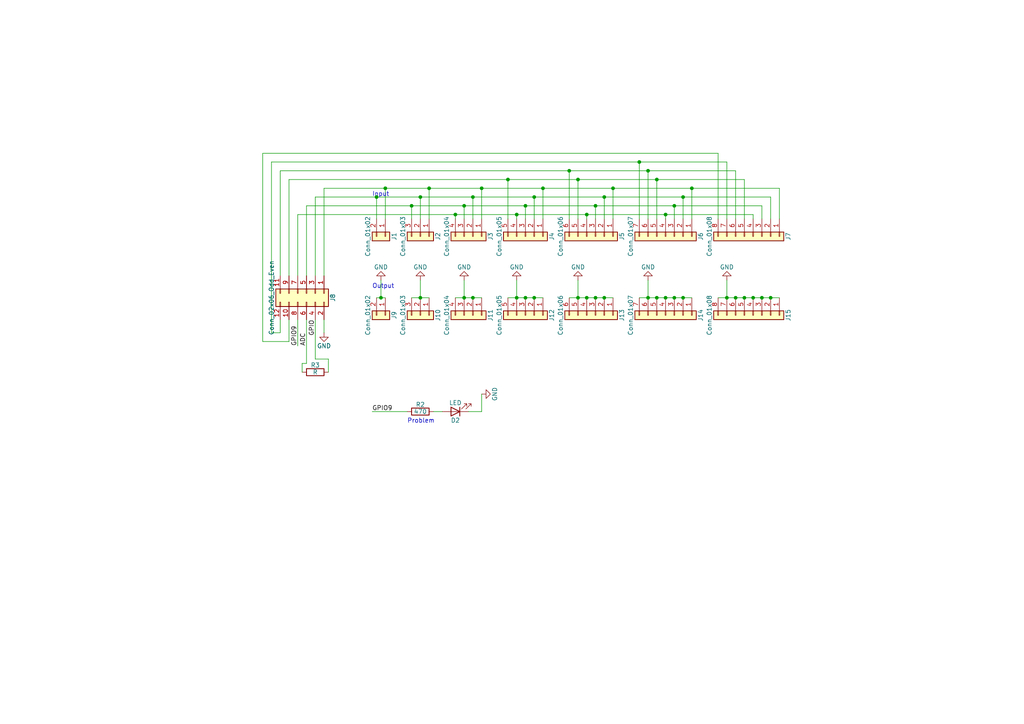
<source format=kicad_sch>
(kicad_sch (version 20230121) (generator eeschema)

  (uuid c7b644d1-a0b2-40f3-9625-44fbbce9a792)

  (paper "A4")

  (lib_symbols
    (symbol "Connector_Generic:Conn_01x02" (pin_names (offset 1.016) hide) (in_bom yes) (on_board yes)
      (property "Reference" "J" (at 0 2.54 0)
        (effects (font (size 1.27 1.27)))
      )
      (property "Value" "Conn_01x02" (at 0 -5.08 0)
        (effects (font (size 1.27 1.27)))
      )
      (property "Footprint" "" (at 0 0 0)
        (effects (font (size 1.27 1.27)) hide)
      )
      (property "Datasheet" "~" (at 0 0 0)
        (effects (font (size 1.27 1.27)) hide)
      )
      (property "ki_keywords" "connector" (at 0 0 0)
        (effects (font (size 1.27 1.27)) hide)
      )
      (property "ki_description" "Generic connector, single row, 01x02, script generated (kicad-library-utils/schlib/autogen/connector/)" (at 0 0 0)
        (effects (font (size 1.27 1.27)) hide)
      )
      (property "ki_fp_filters" "Connector*:*_1x??_*" (at 0 0 0)
        (effects (font (size 1.27 1.27)) hide)
      )
      (symbol "Conn_01x02_1_1"
        (rectangle (start -1.27 -2.413) (end 0 -2.667)
          (stroke (width 0.1524) (type default))
          (fill (type none))
        )
        (rectangle (start -1.27 0.127) (end 0 -0.127)
          (stroke (width 0.1524) (type default))
          (fill (type none))
        )
        (rectangle (start -1.27 1.27) (end 1.27 -3.81)
          (stroke (width 0.254) (type default))
          (fill (type background))
        )
        (pin passive line (at -5.08 0 0) (length 3.81)
          (name "Pin_1" (effects (font (size 1.27 1.27))))
          (number "1" (effects (font (size 1.27 1.27))))
        )
        (pin passive line (at -5.08 -2.54 0) (length 3.81)
          (name "Pin_2" (effects (font (size 1.27 1.27))))
          (number "2" (effects (font (size 1.27 1.27))))
        )
      )
    )
    (symbol "Connector_Generic:Conn_01x03" (pin_names (offset 1.016) hide) (in_bom yes) (on_board yes)
      (property "Reference" "J" (at 0 5.08 0)
        (effects (font (size 1.27 1.27)))
      )
      (property "Value" "Conn_01x03" (at 0 -5.08 0)
        (effects (font (size 1.27 1.27)))
      )
      (property "Footprint" "" (at 0 0 0)
        (effects (font (size 1.27 1.27)) hide)
      )
      (property "Datasheet" "~" (at 0 0 0)
        (effects (font (size 1.27 1.27)) hide)
      )
      (property "ki_keywords" "connector" (at 0 0 0)
        (effects (font (size 1.27 1.27)) hide)
      )
      (property "ki_description" "Generic connector, single row, 01x03, script generated (kicad-library-utils/schlib/autogen/connector/)" (at 0 0 0)
        (effects (font (size 1.27 1.27)) hide)
      )
      (property "ki_fp_filters" "Connector*:*_1x??_*" (at 0 0 0)
        (effects (font (size 1.27 1.27)) hide)
      )
      (symbol "Conn_01x03_1_1"
        (rectangle (start -1.27 -2.413) (end 0 -2.667)
          (stroke (width 0.1524) (type default))
          (fill (type none))
        )
        (rectangle (start -1.27 0.127) (end 0 -0.127)
          (stroke (width 0.1524) (type default))
          (fill (type none))
        )
        (rectangle (start -1.27 2.667) (end 0 2.413)
          (stroke (width 0.1524) (type default))
          (fill (type none))
        )
        (rectangle (start -1.27 3.81) (end 1.27 -3.81)
          (stroke (width 0.254) (type default))
          (fill (type background))
        )
        (pin passive line (at -5.08 2.54 0) (length 3.81)
          (name "Pin_1" (effects (font (size 1.27 1.27))))
          (number "1" (effects (font (size 1.27 1.27))))
        )
        (pin passive line (at -5.08 0 0) (length 3.81)
          (name "Pin_2" (effects (font (size 1.27 1.27))))
          (number "2" (effects (font (size 1.27 1.27))))
        )
        (pin passive line (at -5.08 -2.54 0) (length 3.81)
          (name "Pin_3" (effects (font (size 1.27 1.27))))
          (number "3" (effects (font (size 1.27 1.27))))
        )
      )
    )
    (symbol "Connector_Generic:Conn_01x04" (pin_names (offset 1.016) hide) (in_bom yes) (on_board yes)
      (property "Reference" "J" (at 0 5.08 0)
        (effects (font (size 1.27 1.27)))
      )
      (property "Value" "Conn_01x04" (at 0 -7.62 0)
        (effects (font (size 1.27 1.27)))
      )
      (property "Footprint" "" (at 0 0 0)
        (effects (font (size 1.27 1.27)) hide)
      )
      (property "Datasheet" "~" (at 0 0 0)
        (effects (font (size 1.27 1.27)) hide)
      )
      (property "ki_keywords" "connector" (at 0 0 0)
        (effects (font (size 1.27 1.27)) hide)
      )
      (property "ki_description" "Generic connector, single row, 01x04, script generated (kicad-library-utils/schlib/autogen/connector/)" (at 0 0 0)
        (effects (font (size 1.27 1.27)) hide)
      )
      (property "ki_fp_filters" "Connector*:*_1x??_*" (at 0 0 0)
        (effects (font (size 1.27 1.27)) hide)
      )
      (symbol "Conn_01x04_1_1"
        (rectangle (start -1.27 -4.953) (end 0 -5.207)
          (stroke (width 0.1524) (type default))
          (fill (type none))
        )
        (rectangle (start -1.27 -2.413) (end 0 -2.667)
          (stroke (width 0.1524) (type default))
          (fill (type none))
        )
        (rectangle (start -1.27 0.127) (end 0 -0.127)
          (stroke (width 0.1524) (type default))
          (fill (type none))
        )
        (rectangle (start -1.27 2.667) (end 0 2.413)
          (stroke (width 0.1524) (type default))
          (fill (type none))
        )
        (rectangle (start -1.27 3.81) (end 1.27 -6.35)
          (stroke (width 0.254) (type default))
          (fill (type background))
        )
        (pin passive line (at -5.08 2.54 0) (length 3.81)
          (name "Pin_1" (effects (font (size 1.27 1.27))))
          (number "1" (effects (font (size 1.27 1.27))))
        )
        (pin passive line (at -5.08 0 0) (length 3.81)
          (name "Pin_2" (effects (font (size 1.27 1.27))))
          (number "2" (effects (font (size 1.27 1.27))))
        )
        (pin passive line (at -5.08 -2.54 0) (length 3.81)
          (name "Pin_3" (effects (font (size 1.27 1.27))))
          (number "3" (effects (font (size 1.27 1.27))))
        )
        (pin passive line (at -5.08 -5.08 0) (length 3.81)
          (name "Pin_4" (effects (font (size 1.27 1.27))))
          (number "4" (effects (font (size 1.27 1.27))))
        )
      )
    )
    (symbol "Connector_Generic:Conn_01x05" (pin_names (offset 1.016) hide) (in_bom yes) (on_board yes)
      (property "Reference" "J" (at 0 7.62 0)
        (effects (font (size 1.27 1.27)))
      )
      (property "Value" "Conn_01x05" (at 0 -7.62 0)
        (effects (font (size 1.27 1.27)))
      )
      (property "Footprint" "" (at 0 0 0)
        (effects (font (size 1.27 1.27)) hide)
      )
      (property "Datasheet" "~" (at 0 0 0)
        (effects (font (size 1.27 1.27)) hide)
      )
      (property "ki_keywords" "connector" (at 0 0 0)
        (effects (font (size 1.27 1.27)) hide)
      )
      (property "ki_description" "Generic connector, single row, 01x05, script generated (kicad-library-utils/schlib/autogen/connector/)" (at 0 0 0)
        (effects (font (size 1.27 1.27)) hide)
      )
      (property "ki_fp_filters" "Connector*:*_1x??_*" (at 0 0 0)
        (effects (font (size 1.27 1.27)) hide)
      )
      (symbol "Conn_01x05_1_1"
        (rectangle (start -1.27 -4.953) (end 0 -5.207)
          (stroke (width 0.1524) (type default))
          (fill (type none))
        )
        (rectangle (start -1.27 -2.413) (end 0 -2.667)
          (stroke (width 0.1524) (type default))
          (fill (type none))
        )
        (rectangle (start -1.27 0.127) (end 0 -0.127)
          (stroke (width 0.1524) (type default))
          (fill (type none))
        )
        (rectangle (start -1.27 2.667) (end 0 2.413)
          (stroke (width 0.1524) (type default))
          (fill (type none))
        )
        (rectangle (start -1.27 5.207) (end 0 4.953)
          (stroke (width 0.1524) (type default))
          (fill (type none))
        )
        (rectangle (start -1.27 6.35) (end 1.27 -6.35)
          (stroke (width 0.254) (type default))
          (fill (type background))
        )
        (pin passive line (at -5.08 5.08 0) (length 3.81)
          (name "Pin_1" (effects (font (size 1.27 1.27))))
          (number "1" (effects (font (size 1.27 1.27))))
        )
        (pin passive line (at -5.08 2.54 0) (length 3.81)
          (name "Pin_2" (effects (font (size 1.27 1.27))))
          (number "2" (effects (font (size 1.27 1.27))))
        )
        (pin passive line (at -5.08 0 0) (length 3.81)
          (name "Pin_3" (effects (font (size 1.27 1.27))))
          (number "3" (effects (font (size 1.27 1.27))))
        )
        (pin passive line (at -5.08 -2.54 0) (length 3.81)
          (name "Pin_4" (effects (font (size 1.27 1.27))))
          (number "4" (effects (font (size 1.27 1.27))))
        )
        (pin passive line (at -5.08 -5.08 0) (length 3.81)
          (name "Pin_5" (effects (font (size 1.27 1.27))))
          (number "5" (effects (font (size 1.27 1.27))))
        )
      )
    )
    (symbol "Connector_Generic:Conn_01x06" (pin_names (offset 1.016) hide) (in_bom yes) (on_board yes)
      (property "Reference" "J" (at 0 7.62 0)
        (effects (font (size 1.27 1.27)))
      )
      (property "Value" "Conn_01x06" (at 0 -10.16 0)
        (effects (font (size 1.27 1.27)))
      )
      (property "Footprint" "" (at 0 0 0)
        (effects (font (size 1.27 1.27)) hide)
      )
      (property "Datasheet" "~" (at 0 0 0)
        (effects (font (size 1.27 1.27)) hide)
      )
      (property "ki_keywords" "connector" (at 0 0 0)
        (effects (font (size 1.27 1.27)) hide)
      )
      (property "ki_description" "Generic connector, single row, 01x06, script generated (kicad-library-utils/schlib/autogen/connector/)" (at 0 0 0)
        (effects (font (size 1.27 1.27)) hide)
      )
      (property "ki_fp_filters" "Connector*:*_1x??_*" (at 0 0 0)
        (effects (font (size 1.27 1.27)) hide)
      )
      (symbol "Conn_01x06_1_1"
        (rectangle (start -1.27 -7.493) (end 0 -7.747)
          (stroke (width 0.1524) (type default))
          (fill (type none))
        )
        (rectangle (start -1.27 -4.953) (end 0 -5.207)
          (stroke (width 0.1524) (type default))
          (fill (type none))
        )
        (rectangle (start -1.27 -2.413) (end 0 -2.667)
          (stroke (width 0.1524) (type default))
          (fill (type none))
        )
        (rectangle (start -1.27 0.127) (end 0 -0.127)
          (stroke (width 0.1524) (type default))
          (fill (type none))
        )
        (rectangle (start -1.27 2.667) (end 0 2.413)
          (stroke (width 0.1524) (type default))
          (fill (type none))
        )
        (rectangle (start -1.27 5.207) (end 0 4.953)
          (stroke (width 0.1524) (type default))
          (fill (type none))
        )
        (rectangle (start -1.27 6.35) (end 1.27 -8.89)
          (stroke (width 0.254) (type default))
          (fill (type background))
        )
        (pin passive line (at -5.08 5.08 0) (length 3.81)
          (name "Pin_1" (effects (font (size 1.27 1.27))))
          (number "1" (effects (font (size 1.27 1.27))))
        )
        (pin passive line (at -5.08 2.54 0) (length 3.81)
          (name "Pin_2" (effects (font (size 1.27 1.27))))
          (number "2" (effects (font (size 1.27 1.27))))
        )
        (pin passive line (at -5.08 0 0) (length 3.81)
          (name "Pin_3" (effects (font (size 1.27 1.27))))
          (number "3" (effects (font (size 1.27 1.27))))
        )
        (pin passive line (at -5.08 -2.54 0) (length 3.81)
          (name "Pin_4" (effects (font (size 1.27 1.27))))
          (number "4" (effects (font (size 1.27 1.27))))
        )
        (pin passive line (at -5.08 -5.08 0) (length 3.81)
          (name "Pin_5" (effects (font (size 1.27 1.27))))
          (number "5" (effects (font (size 1.27 1.27))))
        )
        (pin passive line (at -5.08 -7.62 0) (length 3.81)
          (name "Pin_6" (effects (font (size 1.27 1.27))))
          (number "6" (effects (font (size 1.27 1.27))))
        )
      )
    )
    (symbol "Connector_Generic:Conn_01x07" (pin_names (offset 1.016) hide) (in_bom yes) (on_board yes)
      (property "Reference" "J" (at 0 10.16 0)
        (effects (font (size 1.27 1.27)))
      )
      (property "Value" "Conn_01x07" (at 0 -10.16 0)
        (effects (font (size 1.27 1.27)))
      )
      (property "Footprint" "" (at 0 0 0)
        (effects (font (size 1.27 1.27)) hide)
      )
      (property "Datasheet" "~" (at 0 0 0)
        (effects (font (size 1.27 1.27)) hide)
      )
      (property "ki_keywords" "connector" (at 0 0 0)
        (effects (font (size 1.27 1.27)) hide)
      )
      (property "ki_description" "Generic connector, single row, 01x07, script generated (kicad-library-utils/schlib/autogen/connector/)" (at 0 0 0)
        (effects (font (size 1.27 1.27)) hide)
      )
      (property "ki_fp_filters" "Connector*:*_1x??_*" (at 0 0 0)
        (effects (font (size 1.27 1.27)) hide)
      )
      (symbol "Conn_01x07_1_1"
        (rectangle (start -1.27 -7.493) (end 0 -7.747)
          (stroke (width 0.1524) (type default))
          (fill (type none))
        )
        (rectangle (start -1.27 -4.953) (end 0 -5.207)
          (stroke (width 0.1524) (type default))
          (fill (type none))
        )
        (rectangle (start -1.27 -2.413) (end 0 -2.667)
          (stroke (width 0.1524) (type default))
          (fill (type none))
        )
        (rectangle (start -1.27 0.127) (end 0 -0.127)
          (stroke (width 0.1524) (type default))
          (fill (type none))
        )
        (rectangle (start -1.27 2.667) (end 0 2.413)
          (stroke (width 0.1524) (type default))
          (fill (type none))
        )
        (rectangle (start -1.27 5.207) (end 0 4.953)
          (stroke (width 0.1524) (type default))
          (fill (type none))
        )
        (rectangle (start -1.27 7.747) (end 0 7.493)
          (stroke (width 0.1524) (type default))
          (fill (type none))
        )
        (rectangle (start -1.27 8.89) (end 1.27 -8.89)
          (stroke (width 0.254) (type default))
          (fill (type background))
        )
        (pin passive line (at -5.08 7.62 0) (length 3.81)
          (name "Pin_1" (effects (font (size 1.27 1.27))))
          (number "1" (effects (font (size 1.27 1.27))))
        )
        (pin passive line (at -5.08 5.08 0) (length 3.81)
          (name "Pin_2" (effects (font (size 1.27 1.27))))
          (number "2" (effects (font (size 1.27 1.27))))
        )
        (pin passive line (at -5.08 2.54 0) (length 3.81)
          (name "Pin_3" (effects (font (size 1.27 1.27))))
          (number "3" (effects (font (size 1.27 1.27))))
        )
        (pin passive line (at -5.08 0 0) (length 3.81)
          (name "Pin_4" (effects (font (size 1.27 1.27))))
          (number "4" (effects (font (size 1.27 1.27))))
        )
        (pin passive line (at -5.08 -2.54 0) (length 3.81)
          (name "Pin_5" (effects (font (size 1.27 1.27))))
          (number "5" (effects (font (size 1.27 1.27))))
        )
        (pin passive line (at -5.08 -5.08 0) (length 3.81)
          (name "Pin_6" (effects (font (size 1.27 1.27))))
          (number "6" (effects (font (size 1.27 1.27))))
        )
        (pin passive line (at -5.08 -7.62 0) (length 3.81)
          (name "Pin_7" (effects (font (size 1.27 1.27))))
          (number "7" (effects (font (size 1.27 1.27))))
        )
      )
    )
    (symbol "Connector_Generic:Conn_01x08" (pin_names (offset 1.016) hide) (in_bom yes) (on_board yes)
      (property "Reference" "J" (at 0 10.16 0)
        (effects (font (size 1.27 1.27)))
      )
      (property "Value" "Conn_01x08" (at 0 -12.7 0)
        (effects (font (size 1.27 1.27)))
      )
      (property "Footprint" "" (at 0 0 0)
        (effects (font (size 1.27 1.27)) hide)
      )
      (property "Datasheet" "~" (at 0 0 0)
        (effects (font (size 1.27 1.27)) hide)
      )
      (property "ki_keywords" "connector" (at 0 0 0)
        (effects (font (size 1.27 1.27)) hide)
      )
      (property "ki_description" "Generic connector, single row, 01x08, script generated (kicad-library-utils/schlib/autogen/connector/)" (at 0 0 0)
        (effects (font (size 1.27 1.27)) hide)
      )
      (property "ki_fp_filters" "Connector*:*_1x??_*" (at 0 0 0)
        (effects (font (size 1.27 1.27)) hide)
      )
      (symbol "Conn_01x08_1_1"
        (rectangle (start -1.27 -10.033) (end 0 -10.287)
          (stroke (width 0.1524) (type default))
          (fill (type none))
        )
        (rectangle (start -1.27 -7.493) (end 0 -7.747)
          (stroke (width 0.1524) (type default))
          (fill (type none))
        )
        (rectangle (start -1.27 -4.953) (end 0 -5.207)
          (stroke (width 0.1524) (type default))
          (fill (type none))
        )
        (rectangle (start -1.27 -2.413) (end 0 -2.667)
          (stroke (width 0.1524) (type default))
          (fill (type none))
        )
        (rectangle (start -1.27 0.127) (end 0 -0.127)
          (stroke (width 0.1524) (type default))
          (fill (type none))
        )
        (rectangle (start -1.27 2.667) (end 0 2.413)
          (stroke (width 0.1524) (type default))
          (fill (type none))
        )
        (rectangle (start -1.27 5.207) (end 0 4.953)
          (stroke (width 0.1524) (type default))
          (fill (type none))
        )
        (rectangle (start -1.27 7.747) (end 0 7.493)
          (stroke (width 0.1524) (type default))
          (fill (type none))
        )
        (rectangle (start -1.27 8.89) (end 1.27 -11.43)
          (stroke (width 0.254) (type default))
          (fill (type background))
        )
        (pin passive line (at -5.08 7.62 0) (length 3.81)
          (name "Pin_1" (effects (font (size 1.27 1.27))))
          (number "1" (effects (font (size 1.27 1.27))))
        )
        (pin passive line (at -5.08 5.08 0) (length 3.81)
          (name "Pin_2" (effects (font (size 1.27 1.27))))
          (number "2" (effects (font (size 1.27 1.27))))
        )
        (pin passive line (at -5.08 2.54 0) (length 3.81)
          (name "Pin_3" (effects (font (size 1.27 1.27))))
          (number "3" (effects (font (size 1.27 1.27))))
        )
        (pin passive line (at -5.08 0 0) (length 3.81)
          (name "Pin_4" (effects (font (size 1.27 1.27))))
          (number "4" (effects (font (size 1.27 1.27))))
        )
        (pin passive line (at -5.08 -2.54 0) (length 3.81)
          (name "Pin_5" (effects (font (size 1.27 1.27))))
          (number "5" (effects (font (size 1.27 1.27))))
        )
        (pin passive line (at -5.08 -5.08 0) (length 3.81)
          (name "Pin_6" (effects (font (size 1.27 1.27))))
          (number "6" (effects (font (size 1.27 1.27))))
        )
        (pin passive line (at -5.08 -7.62 0) (length 3.81)
          (name "Pin_7" (effects (font (size 1.27 1.27))))
          (number "7" (effects (font (size 1.27 1.27))))
        )
        (pin passive line (at -5.08 -10.16 0) (length 3.81)
          (name "Pin_8" (effects (font (size 1.27 1.27))))
          (number "8" (effects (font (size 1.27 1.27))))
        )
      )
    )
    (symbol "Connector_Generic:Conn_02x06_Odd_Even" (pin_names (offset 1.016) hide) (in_bom yes) (on_board yes)
      (property "Reference" "J" (at 1.27 7.62 0)
        (effects (font (size 1.27 1.27)))
      )
      (property "Value" "Conn_02x06_Odd_Even" (at 1.27 -10.16 0)
        (effects (font (size 1.27 1.27)))
      )
      (property "Footprint" "" (at 0 0 0)
        (effects (font (size 1.27 1.27)) hide)
      )
      (property "Datasheet" "~" (at 0 0 0)
        (effects (font (size 1.27 1.27)) hide)
      )
      (property "ki_keywords" "connector" (at 0 0 0)
        (effects (font (size 1.27 1.27)) hide)
      )
      (property "ki_description" "Generic connector, double row, 02x06, odd/even pin numbering scheme (row 1 odd numbers, row 2 even numbers), script generated (kicad-library-utils/schlib/autogen/connector/)" (at 0 0 0)
        (effects (font (size 1.27 1.27)) hide)
      )
      (property "ki_fp_filters" "Connector*:*_2x??_*" (at 0 0 0)
        (effects (font (size 1.27 1.27)) hide)
      )
      (symbol "Conn_02x06_Odd_Even_1_1"
        (rectangle (start -1.27 -7.493) (end 0 -7.747)
          (stroke (width 0.1524) (type default))
          (fill (type none))
        )
        (rectangle (start -1.27 -4.953) (end 0 -5.207)
          (stroke (width 0.1524) (type default))
          (fill (type none))
        )
        (rectangle (start -1.27 -2.413) (end 0 -2.667)
          (stroke (width 0.1524) (type default))
          (fill (type none))
        )
        (rectangle (start -1.27 0.127) (end 0 -0.127)
          (stroke (width 0.1524) (type default))
          (fill (type none))
        )
        (rectangle (start -1.27 2.667) (end 0 2.413)
          (stroke (width 0.1524) (type default))
          (fill (type none))
        )
        (rectangle (start -1.27 5.207) (end 0 4.953)
          (stroke (width 0.1524) (type default))
          (fill (type none))
        )
        (rectangle (start -1.27 6.35) (end 3.81 -8.89)
          (stroke (width 0.254) (type default))
          (fill (type background))
        )
        (rectangle (start 3.81 -7.493) (end 2.54 -7.747)
          (stroke (width 0.1524) (type default))
          (fill (type none))
        )
        (rectangle (start 3.81 -4.953) (end 2.54 -5.207)
          (stroke (width 0.1524) (type default))
          (fill (type none))
        )
        (rectangle (start 3.81 -2.413) (end 2.54 -2.667)
          (stroke (width 0.1524) (type default))
          (fill (type none))
        )
        (rectangle (start 3.81 0.127) (end 2.54 -0.127)
          (stroke (width 0.1524) (type default))
          (fill (type none))
        )
        (rectangle (start 3.81 2.667) (end 2.54 2.413)
          (stroke (width 0.1524) (type default))
          (fill (type none))
        )
        (rectangle (start 3.81 5.207) (end 2.54 4.953)
          (stroke (width 0.1524) (type default))
          (fill (type none))
        )
        (pin passive line (at -5.08 5.08 0) (length 3.81)
          (name "Pin_1" (effects (font (size 1.27 1.27))))
          (number "1" (effects (font (size 1.27 1.27))))
        )
        (pin passive line (at 7.62 -5.08 180) (length 3.81)
          (name "Pin_10" (effects (font (size 1.27 1.27))))
          (number "10" (effects (font (size 1.27 1.27))))
        )
        (pin passive line (at -5.08 -7.62 0) (length 3.81)
          (name "Pin_11" (effects (font (size 1.27 1.27))))
          (number "11" (effects (font (size 1.27 1.27))))
        )
        (pin passive line (at 7.62 -7.62 180) (length 3.81)
          (name "Pin_12" (effects (font (size 1.27 1.27))))
          (number "12" (effects (font (size 1.27 1.27))))
        )
        (pin passive line (at 7.62 5.08 180) (length 3.81)
          (name "Pin_2" (effects (font (size 1.27 1.27))))
          (number "2" (effects (font (size 1.27 1.27))))
        )
        (pin passive line (at -5.08 2.54 0) (length 3.81)
          (name "Pin_3" (effects (font (size 1.27 1.27))))
          (number "3" (effects (font (size 1.27 1.27))))
        )
        (pin passive line (at 7.62 2.54 180) (length 3.81)
          (name "Pin_4" (effects (font (size 1.27 1.27))))
          (number "4" (effects (font (size 1.27 1.27))))
        )
        (pin passive line (at -5.08 0 0) (length 3.81)
          (name "Pin_5" (effects (font (size 1.27 1.27))))
          (number "5" (effects (font (size 1.27 1.27))))
        )
        (pin passive line (at 7.62 0 180) (length 3.81)
          (name "Pin_6" (effects (font (size 1.27 1.27))))
          (number "6" (effects (font (size 1.27 1.27))))
        )
        (pin passive line (at -5.08 -2.54 0) (length 3.81)
          (name "Pin_7" (effects (font (size 1.27 1.27))))
          (number "7" (effects (font (size 1.27 1.27))))
        )
        (pin passive line (at 7.62 -2.54 180) (length 3.81)
          (name "Pin_8" (effects (font (size 1.27 1.27))))
          (number "8" (effects (font (size 1.27 1.27))))
        )
        (pin passive line (at -5.08 -5.08 0) (length 3.81)
          (name "Pin_9" (effects (font (size 1.27 1.27))))
          (number "9" (effects (font (size 1.27 1.27))))
        )
      )
    )
    (symbol "Device:LED" (pin_numbers hide) (pin_names (offset 1.016) hide) (in_bom yes) (on_board yes)
      (property "Reference" "D" (at 0 2.54 0)
        (effects (font (size 1.27 1.27)))
      )
      (property "Value" "LED" (at 0 -2.54 0)
        (effects (font (size 1.27 1.27)))
      )
      (property "Footprint" "" (at 0 0 0)
        (effects (font (size 1.27 1.27)) hide)
      )
      (property "Datasheet" "~" (at 0 0 0)
        (effects (font (size 1.27 1.27)) hide)
      )
      (property "ki_keywords" "LED diode" (at 0 0 0)
        (effects (font (size 1.27 1.27)) hide)
      )
      (property "ki_description" "Light emitting diode" (at 0 0 0)
        (effects (font (size 1.27 1.27)) hide)
      )
      (property "ki_fp_filters" "LED* LED_SMD:* LED_THT:*" (at 0 0 0)
        (effects (font (size 1.27 1.27)) hide)
      )
      (symbol "LED_0_1"
        (polyline
          (pts
            (xy -1.27 -1.27)
            (xy -1.27 1.27)
          )
          (stroke (width 0.254) (type default))
          (fill (type none))
        )
        (polyline
          (pts
            (xy -1.27 0)
            (xy 1.27 0)
          )
          (stroke (width 0) (type default))
          (fill (type none))
        )
        (polyline
          (pts
            (xy 1.27 -1.27)
            (xy 1.27 1.27)
            (xy -1.27 0)
            (xy 1.27 -1.27)
          )
          (stroke (width 0.254) (type default))
          (fill (type none))
        )
        (polyline
          (pts
            (xy -3.048 -0.762)
            (xy -4.572 -2.286)
            (xy -3.81 -2.286)
            (xy -4.572 -2.286)
            (xy -4.572 -1.524)
          )
          (stroke (width 0) (type default))
          (fill (type none))
        )
        (polyline
          (pts
            (xy -1.778 -0.762)
            (xy -3.302 -2.286)
            (xy -2.54 -2.286)
            (xy -3.302 -2.286)
            (xy -3.302 -1.524)
          )
          (stroke (width 0) (type default))
          (fill (type none))
        )
      )
      (symbol "LED_1_1"
        (pin passive line (at -3.81 0 0) (length 2.54)
          (name "K" (effects (font (size 1.27 1.27))))
          (number "1" (effects (font (size 1.27 1.27))))
        )
        (pin passive line (at 3.81 0 180) (length 2.54)
          (name "A" (effects (font (size 1.27 1.27))))
          (number "2" (effects (font (size 1.27 1.27))))
        )
      )
    )
    (symbol "Device:R" (pin_numbers hide) (pin_names (offset 0)) (in_bom yes) (on_board yes)
      (property "Reference" "R" (at 2.032 0 90)
        (effects (font (size 1.27 1.27)))
      )
      (property "Value" "R" (at 0 0 90)
        (effects (font (size 1.27 1.27)))
      )
      (property "Footprint" "" (at -1.778 0 90)
        (effects (font (size 1.27 1.27)) hide)
      )
      (property "Datasheet" "~" (at 0 0 0)
        (effects (font (size 1.27 1.27)) hide)
      )
      (property "ki_keywords" "R res resistor" (at 0 0 0)
        (effects (font (size 1.27 1.27)) hide)
      )
      (property "ki_description" "Resistor" (at 0 0 0)
        (effects (font (size 1.27 1.27)) hide)
      )
      (property "ki_fp_filters" "R_*" (at 0 0 0)
        (effects (font (size 1.27 1.27)) hide)
      )
      (symbol "R_0_1"
        (rectangle (start -1.016 -2.54) (end 1.016 2.54)
          (stroke (width 0.254) (type default))
          (fill (type none))
        )
      )
      (symbol "R_1_1"
        (pin passive line (at 0 3.81 270) (length 1.27)
          (name "~" (effects (font (size 1.27 1.27))))
          (number "1" (effects (font (size 1.27 1.27))))
        )
        (pin passive line (at 0 -3.81 90) (length 1.27)
          (name "~" (effects (font (size 1.27 1.27))))
          (number "2" (effects (font (size 1.27 1.27))))
        )
      )
    )
    (symbol "power:GND" (power) (pin_names (offset 0)) (in_bom yes) (on_board yes)
      (property "Reference" "#PWR" (at 0 -6.35 0)
        (effects (font (size 1.27 1.27)) hide)
      )
      (property "Value" "GND" (at 0 -3.81 0)
        (effects (font (size 1.27 1.27)))
      )
      (property "Footprint" "" (at 0 0 0)
        (effects (font (size 1.27 1.27)) hide)
      )
      (property "Datasheet" "" (at 0 0 0)
        (effects (font (size 1.27 1.27)) hide)
      )
      (property "ki_keywords" "global power" (at 0 0 0)
        (effects (font (size 1.27 1.27)) hide)
      )
      (property "ki_description" "Power symbol creates a global label with name \"GND\" , ground" (at 0 0 0)
        (effects (font (size 1.27 1.27)) hide)
      )
      (symbol "GND_0_1"
        (polyline
          (pts
            (xy 0 0)
            (xy 0 -1.27)
            (xy 1.27 -1.27)
            (xy 0 -2.54)
            (xy -1.27 -1.27)
            (xy 0 -1.27)
          )
          (stroke (width 0) (type default))
          (fill (type none))
        )
      )
      (symbol "GND_1_1"
        (pin power_in line (at 0 0 270) (length 0) hide
          (name "GND" (effects (font (size 1.27 1.27))))
          (number "1" (effects (font (size 1.27 1.27))))
        )
      )
    )
  )

  (junction (at 154.94 57.15) (diameter 0) (color 0 0 0 0)
    (uuid 0519a990-dc73-427f-b31c-fe904234aab4)
  )
  (junction (at 213.36 86.36) (diameter 0) (color 0 0 0 0)
    (uuid 082266e2-c2e0-4a6b-a13c-bc22d7d82670)
  )
  (junction (at 109.22 57.15) (diameter 0) (color 0 0 0 0)
    (uuid 0a9de8a0-2373-4cf7-9f37-b8b26600519c)
  )
  (junction (at 110.49 86.36) (diameter 0) (color 0 0 0 0)
    (uuid 14a60934-90b6-4c80-8aae-0868545bae8f)
  )
  (junction (at 134.62 86.36) (diameter 0) (color 0 0 0 0)
    (uuid 19476ecf-27b9-4ae7-b713-c7e5ae0354e4)
  )
  (junction (at 167.64 86.36) (diameter 0) (color 0 0 0 0)
    (uuid 1cfd7f1a-896b-4224-84c7-dde998805f30)
  )
  (junction (at 121.92 86.36) (diameter 0) (color 0 0 0 0)
    (uuid 1d872914-7b99-43de-b894-ad78ffead3f2)
  )
  (junction (at 170.18 62.23) (diameter 0) (color 0 0 0 0)
    (uuid 20d4f36d-f9e0-4952-9ff1-862830911850)
  )
  (junction (at 172.72 59.69) (diameter 0) (color 0 0 0 0)
    (uuid 27088301-cb4d-47d4-aa5c-05f4005b8c71)
  )
  (junction (at 185.42 46.99) (diameter 0) (color 0 0 0 0)
    (uuid 2dbd9b6b-94ae-47dc-9cd2-4f5e6ff7a298)
  )
  (junction (at 195.58 86.36) (diameter 0) (color 0 0 0 0)
    (uuid 2fd379dd-2a53-4c6e-8398-b43a86cae60d)
  )
  (junction (at 218.44 86.36) (diameter 0) (color 0 0 0 0)
    (uuid 2ff7c044-c3fb-414e-aa42-b3021ee243f6)
  )
  (junction (at 157.48 54.61) (diameter 0) (color 0 0 0 0)
    (uuid 33268ea9-ecc0-4623-886e-25c20dc20e23)
  )
  (junction (at 190.5 86.36) (diameter 0) (color 0 0 0 0)
    (uuid 333f23f1-a2b3-4fe7-8a6e-73e27aa75de9)
  )
  (junction (at 198.12 86.36) (diameter 0) (color 0 0 0 0)
    (uuid 39dcb61e-4726-4217-bebe-25b707bfb81e)
  )
  (junction (at 175.26 86.36) (diameter 0) (color 0 0 0 0)
    (uuid 3f0708fe-7c38-4c4c-a6db-3eeec6af5fe2)
  )
  (junction (at 154.94 86.36) (diameter 0) (color 0 0 0 0)
    (uuid 45ab1ab2-9e40-4b0c-b048-e6cc3215f177)
  )
  (junction (at 193.04 86.36) (diameter 0) (color 0 0 0 0)
    (uuid 49e89c1a-30ea-46a5-8b2e-8427244d8e21)
  )
  (junction (at 215.9 86.36) (diameter 0) (color 0 0 0 0)
    (uuid 5992d92d-1b5b-4059-80df-daee925c75b3)
  )
  (junction (at 195.58 59.69) (diameter 0) (color 0 0 0 0)
    (uuid 6e798877-d43b-4ade-9bf2-d3f9d03899b9)
  )
  (junction (at 149.86 86.36) (diameter 0) (color 0 0 0 0)
    (uuid 70e6e2b2-ae68-4b17-8a19-cffbbc8988a5)
  )
  (junction (at 170.18 86.36) (diameter 0) (color 0 0 0 0)
    (uuid 7804c060-3aa9-446b-a4a7-605227eef530)
  )
  (junction (at 187.96 49.53) (diameter 0) (color 0 0 0 0)
    (uuid 7816bf56-7e62-4610-8422-6b5f86fabde1)
  )
  (junction (at 223.52 86.36) (diameter 0) (color 0 0 0 0)
    (uuid 7c7efd26-0b5a-4d83-9ef8-f86198eb269c)
  )
  (junction (at 124.46 54.61) (diameter 0) (color 0 0 0 0)
    (uuid 8c8fd71c-e170-4cf8-97b5-37080afbe106)
  )
  (junction (at 152.4 86.36) (diameter 0) (color 0 0 0 0)
    (uuid 8ca78c89-f4aa-4777-bfc8-e551d29dcbb3)
  )
  (junction (at 147.32 52.07) (diameter 0) (color 0 0 0 0)
    (uuid 91b260e3-6cc8-4590-b8ab-431c69a731f3)
  )
  (junction (at 220.98 86.36) (diameter 0) (color 0 0 0 0)
    (uuid 99590d8b-83b4-4b66-97b8-75a59811d444)
  )
  (junction (at 137.16 86.36) (diameter 0) (color 0 0 0 0)
    (uuid a89e19ed-6917-41d9-b777-933f4391b78a)
  )
  (junction (at 193.04 62.23) (diameter 0) (color 0 0 0 0)
    (uuid aa3bf800-a2f9-4eb7-8b43-c4918a75e57c)
  )
  (junction (at 175.26 57.15) (diameter 0) (color 0 0 0 0)
    (uuid acb85b29-4606-443d-b5d9-1144ab9dcf20)
  )
  (junction (at 177.8 54.61) (diameter 0) (color 0 0 0 0)
    (uuid b1586610-ca6b-49fb-8ec3-bbb3ee1db757)
  )
  (junction (at 152.4 59.69) (diameter 0) (color 0 0 0 0)
    (uuid b74bad74-1cec-4541-89be-3f9f66da1725)
  )
  (junction (at 134.62 59.69) (diameter 0) (color 0 0 0 0)
    (uuid c1bbcd8c-8e0f-4b91-aa59-f09b79a05e9e)
  )
  (junction (at 190.5 52.07) (diameter 0) (color 0 0 0 0)
    (uuid c3834ada-2df1-43c8-ab27-97855d630e65)
  )
  (junction (at 210.82 86.36) (diameter 0) (color 0 0 0 0)
    (uuid c5cb3476-f94f-4a2f-955a-bd020f6dfa6b)
  )
  (junction (at 139.7 54.61) (diameter 0) (color 0 0 0 0)
    (uuid c69f29bc-e3a3-4bf5-99d7-72908f62096c)
  )
  (junction (at 198.12 57.15) (diameter 0) (color 0 0 0 0)
    (uuid ca8da43c-b6ff-4d08-9671-b5dfa6f8eff8)
  )
  (junction (at 137.16 57.15) (diameter 0) (color 0 0 0 0)
    (uuid cb8f16ec-638e-42c0-9adf-90517ed03405)
  )
  (junction (at 121.92 57.15) (diameter 0) (color 0 0 0 0)
    (uuid cea57c3d-e083-48ba-9e05-7877ed891112)
  )
  (junction (at 172.72 86.36) (diameter 0) (color 0 0 0 0)
    (uuid cf2e5a09-6ec7-48fb-809b-e75ebf2b52dd)
  )
  (junction (at 132.08 62.23) (diameter 0) (color 0 0 0 0)
    (uuid cf77931d-0916-456d-b23d-9a590357801d)
  )
  (junction (at 167.64 52.07) (diameter 0) (color 0 0 0 0)
    (uuid d0cc9408-a49b-490a-b7fa-cfe9a191d750)
  )
  (junction (at 149.86 62.23) (diameter 0) (color 0 0 0 0)
    (uuid d1af1d9d-858e-4620-a19a-a1ba0c6188f9)
  )
  (junction (at 187.96 86.36) (diameter 0) (color 0 0 0 0)
    (uuid d44b22a4-648e-49db-bd27-245ea2b26964)
  )
  (junction (at 111.76 54.61) (diameter 0) (color 0 0 0 0)
    (uuid e95dce78-097a-4517-9e84-f356465f63ac)
  )
  (junction (at 200.66 54.61) (diameter 0) (color 0 0 0 0)
    (uuid eb558bda-0806-469b-83b3-b0c0f68d9481)
  )
  (junction (at 165.1 49.53) (diameter 0) (color 0 0 0 0)
    (uuid ee1fe978-9a96-4492-8683-dda28e064f68)
  )
  (junction (at 119.38 59.69) (diameter 0) (color 0 0 0 0)
    (uuid ff4383da-d208-4176-b7c4-f08de763ec99)
  )

  (wire (pts (xy 175.26 57.15) (xy 198.12 57.15))
    (stroke (width 0) (type default))
    (uuid 01e8127f-f772-48e0-a386-26d3eaf7993f)
  )
  (wire (pts (xy 215.9 86.36) (xy 218.44 86.36))
    (stroke (width 0) (type default))
    (uuid 0406d3b0-0417-44f1-9ce2-17f01325a55d)
  )
  (wire (pts (xy 132.08 62.23) (xy 132.08 63.5))
    (stroke (width 0) (type default))
    (uuid 051b080f-f10d-4103-b1d4-549c21629067)
  )
  (wire (pts (xy 119.38 86.36) (xy 121.92 86.36))
    (stroke (width 0) (type default))
    (uuid 059e6530-fad4-4deb-b816-e66c1acb5c15)
  )
  (wire (pts (xy 210.82 46.99) (xy 210.82 63.5))
    (stroke (width 0) (type default))
    (uuid 078c08cd-fc00-446b-b13d-ef483c9eb166)
  )
  (wire (pts (xy 81.28 49.53) (xy 165.1 49.53))
    (stroke (width 0) (type default))
    (uuid 09c46cfc-536e-4ca1-ac74-ad72d04e376b)
  )
  (wire (pts (xy 152.4 59.69) (xy 152.4 63.5))
    (stroke (width 0) (type default))
    (uuid 0c48ac76-3ecc-419d-9142-2ef704c3fb41)
  )
  (wire (pts (xy 107.95 119.38) (xy 118.11 119.38))
    (stroke (width 0) (type default))
    (uuid 0d0ad054-0c2e-42d6-a801-791a3634f193)
  )
  (wire (pts (xy 149.86 62.23) (xy 170.18 62.23))
    (stroke (width 0) (type default))
    (uuid 0d83aa14-735b-4c9f-a0b5-fb4a56df32f1)
  )
  (wire (pts (xy 83.82 80.01) (xy 83.82 52.07))
    (stroke (width 0) (type default))
    (uuid 0dfec9c6-2c0f-40a0-8f66-1d8bd0241e7b)
  )
  (wire (pts (xy 200.66 54.61) (xy 226.06 54.61))
    (stroke (width 0) (type default))
    (uuid 15da9db0-33ec-4736-b137-222297e2213f)
  )
  (wire (pts (xy 157.48 54.61) (xy 157.48 63.5))
    (stroke (width 0) (type default))
    (uuid 15fe355b-98ad-4c94-bd0c-e08a4dfc15f2)
  )
  (wire (pts (xy 220.98 59.69) (xy 220.98 63.5))
    (stroke (width 0) (type default))
    (uuid 16a91d12-1cd5-4abc-abd2-1d00d04adf31)
  )
  (wire (pts (xy 210.82 81.28) (xy 210.82 86.36))
    (stroke (width 0) (type default))
    (uuid 178394cc-994d-4481-8a65-881e7cf9fba2)
  )
  (wire (pts (xy 218.44 62.23) (xy 218.44 63.5))
    (stroke (width 0) (type default))
    (uuid 17a9f872-76e3-47e0-b0aa-f47686f7b4dc)
  )
  (wire (pts (xy 139.7 119.38) (xy 135.89 119.38))
    (stroke (width 0) (type default))
    (uuid 1afdf552-a2c2-4cf7-bc62-3b4fae4ad701)
  )
  (wire (pts (xy 125.73 119.38) (xy 128.27 119.38))
    (stroke (width 0) (type default))
    (uuid 1c47a04f-990b-4dfa-85f4-0b1d23f7ecbd)
  )
  (wire (pts (xy 154.94 86.36) (xy 157.48 86.36))
    (stroke (width 0) (type default))
    (uuid 1f07588f-d52f-4322-9f6e-a12d25ef10bf)
  )
  (wire (pts (xy 187.96 81.28) (xy 187.96 86.36))
    (stroke (width 0) (type default))
    (uuid 1f5019a1-32e0-4c1a-924a-1117634a6efe)
  )
  (wire (pts (xy 86.36 80.01) (xy 86.36 62.23))
    (stroke (width 0) (type default))
    (uuid 2052a7c6-0c22-4970-9afd-d7363bef152e)
  )
  (wire (pts (xy 93.98 54.61) (xy 111.76 54.61))
    (stroke (width 0) (type default))
    (uuid 219d9642-9624-4f33-994c-4ef679f7136c)
  )
  (wire (pts (xy 76.2 44.45) (xy 208.28 44.45))
    (stroke (width 0) (type default))
    (uuid 23844c96-aa2e-4ed6-a2b7-44bdace7e354)
  )
  (wire (pts (xy 119.38 59.69) (xy 134.62 59.69))
    (stroke (width 0) (type default))
    (uuid 241b9d0e-c8de-4c69-af91-a0684515f948)
  )
  (wire (pts (xy 81.28 92.71) (xy 81.28 96.52))
    (stroke (width 0) (type default))
    (uuid 25b03820-91db-4eee-826e-398b37579628)
  )
  (wire (pts (xy 86.36 92.71) (xy 86.36 100.33))
    (stroke (width 0) (type default))
    (uuid 274dcebb-40de-4106-af89-168b098dec89)
  )
  (wire (pts (xy 152.4 59.69) (xy 172.72 59.69))
    (stroke (width 0) (type default))
    (uuid 3048438b-503f-4260-aca0-7df4ae491e65)
  )
  (wire (pts (xy 81.28 80.01) (xy 81.28 49.53))
    (stroke (width 0) (type default))
    (uuid 316f596b-1ae4-4526-b0e6-283a643fe947)
  )
  (wire (pts (xy 83.82 52.07) (xy 147.32 52.07))
    (stroke (width 0) (type default))
    (uuid 318aecc3-8829-4aef-81c3-92b12a50aa02)
  )
  (wire (pts (xy 165.1 86.36) (xy 167.64 86.36))
    (stroke (width 0) (type default))
    (uuid 3516c3f9-e76c-423a-aea7-014432309f4b)
  )
  (wire (pts (xy 208.28 44.45) (xy 208.28 63.5))
    (stroke (width 0) (type default))
    (uuid 35ba9324-197c-43a1-845a-e42cf8fde085)
  )
  (wire (pts (xy 119.38 59.69) (xy 119.38 63.5))
    (stroke (width 0) (type default))
    (uuid 35d32e7a-1d95-4117-aba4-a50217423ca6)
  )
  (wire (pts (xy 195.58 86.36) (xy 198.12 86.36))
    (stroke (width 0) (type default))
    (uuid 39fd202d-c453-40ef-ba3c-77ea0362ec96)
  )
  (wire (pts (xy 132.08 62.23) (xy 149.86 62.23))
    (stroke (width 0) (type default))
    (uuid 3a2c4f5d-6ee1-4f66-a16d-36e658cc714c)
  )
  (wire (pts (xy 134.62 59.69) (xy 134.62 63.5))
    (stroke (width 0) (type default))
    (uuid 3bc2d5e6-7700-4bdd-a945-a6cf2e0966c3)
  )
  (wire (pts (xy 93.98 80.01) (xy 93.98 54.61))
    (stroke (width 0) (type default))
    (uuid 3c694450-514f-441d-8f4c-e94a8d436812)
  )
  (wire (pts (xy 132.08 86.36) (xy 134.62 86.36))
    (stroke (width 0) (type default))
    (uuid 3c6bd4e8-bfb9-4799-a256-6a619c3c67bd)
  )
  (wire (pts (xy 121.92 57.15) (xy 137.16 57.15))
    (stroke (width 0) (type default))
    (uuid 400e4c56-4ea0-4d66-819c-3350be63f2bb)
  )
  (wire (pts (xy 193.04 62.23) (xy 193.04 63.5))
    (stroke (width 0) (type default))
    (uuid 40fdf94f-e387-4922-9a38-59ffe2d7db83)
  )
  (wire (pts (xy 111.76 54.61) (xy 124.46 54.61))
    (stroke (width 0) (type default))
    (uuid 48e01086-4a03-4ee5-aee6-95cc5d0f5ea2)
  )
  (wire (pts (xy 109.22 57.15) (xy 121.92 57.15))
    (stroke (width 0) (type default))
    (uuid 4bb5509a-1789-4f00-a620-f56480a24393)
  )
  (wire (pts (xy 88.9 105.41) (xy 87.63 105.41))
    (stroke (width 0) (type default))
    (uuid 4c6bad44-177e-4c8b-bea2-691e0bf6772c)
  )
  (wire (pts (xy 91.44 104.14) (xy 95.25 104.14))
    (stroke (width 0) (type default))
    (uuid 4c9d1888-7cf2-4495-acbc-7b433d04d17a)
  )
  (wire (pts (xy 87.63 105.41) (xy 87.63 107.95))
    (stroke (width 0) (type default))
    (uuid 501f16af-6279-48dd-bf13-25bc7684d59d)
  )
  (wire (pts (xy 83.82 99.06) (xy 76.2 99.06))
    (stroke (width 0) (type default))
    (uuid 506124f8-0f74-436c-bfb5-dd57053e6b22)
  )
  (wire (pts (xy 226.06 54.61) (xy 226.06 63.5))
    (stroke (width 0) (type default))
    (uuid 524acc5d-7dd2-4b9f-a8ba-0d7aeea9f2d2)
  )
  (wire (pts (xy 165.1 49.53) (xy 187.96 49.53))
    (stroke (width 0) (type default))
    (uuid 55dc9e15-8b19-4b03-9a35-bf756eafa53a)
  )
  (wire (pts (xy 147.32 52.07) (xy 167.64 52.07))
    (stroke (width 0) (type default))
    (uuid 55e01681-6d4b-4e46-9c08-1ff183f0a54a)
  )
  (wire (pts (xy 195.58 59.69) (xy 195.58 63.5))
    (stroke (width 0) (type default))
    (uuid 5872f6ad-64af-49be-9b26-3ff19435765a)
  )
  (wire (pts (xy 134.62 81.28) (xy 134.62 86.36))
    (stroke (width 0) (type default))
    (uuid 5b7d4cdf-52f2-49c7-b06e-14a41821d216)
  )
  (wire (pts (xy 200.66 54.61) (xy 200.66 63.5))
    (stroke (width 0) (type default))
    (uuid 5ed16f34-4f4c-4680-b749-a135a0f64fcd)
  )
  (wire (pts (xy 198.12 86.36) (xy 200.66 86.36))
    (stroke (width 0) (type default))
    (uuid 5feacf34-afc8-40bd-ae41-c0616f1c77e2)
  )
  (wire (pts (xy 124.46 54.61) (xy 139.7 54.61))
    (stroke (width 0) (type default))
    (uuid 61a15d1c-344f-45de-99b3-7f9a58e7dfcc)
  )
  (wire (pts (xy 198.12 57.15) (xy 223.52 57.15))
    (stroke (width 0) (type default))
    (uuid 6ab00fe4-8da7-4235-8f9c-a40d4ad03515)
  )
  (wire (pts (xy 91.44 80.01) (xy 91.44 57.15))
    (stroke (width 0) (type default))
    (uuid 6d52d189-da64-484d-9eff-43b3f759f059)
  )
  (wire (pts (xy 81.28 96.52) (xy 78.74 96.52))
    (stroke (width 0) (type default))
    (uuid 72994f4b-5ada-4e3a-830f-4bd4cc4c20a3)
  )
  (wire (pts (xy 95.25 104.14) (xy 95.25 107.95))
    (stroke (width 0) (type default))
    (uuid 765f17d6-9cef-4306-bd2a-a30220fc7c33)
  )
  (wire (pts (xy 172.72 86.36) (xy 175.26 86.36))
    (stroke (width 0) (type default))
    (uuid 77658d78-491d-4617-85f6-81693e6d31a7)
  )
  (wire (pts (xy 175.26 57.15) (xy 175.26 63.5))
    (stroke (width 0) (type default))
    (uuid 7776e684-1d66-471a-87e9-4d6c69fc5a97)
  )
  (wire (pts (xy 165.1 49.53) (xy 165.1 63.5))
    (stroke (width 0) (type default))
    (uuid 7a6b6f29-6f92-473a-9483-64c5471a3441)
  )
  (wire (pts (xy 190.5 52.07) (xy 190.5 63.5))
    (stroke (width 0) (type default))
    (uuid 7bb1810f-8d3c-49d8-bfad-659ec9d0c8f5)
  )
  (wire (pts (xy 170.18 86.36) (xy 172.72 86.36))
    (stroke (width 0) (type default))
    (uuid 7f88c0f2-5964-44dc-8950-d7ef9acfc6b0)
  )
  (wire (pts (xy 167.64 86.36) (xy 170.18 86.36))
    (stroke (width 0) (type default))
    (uuid 80702a0e-82c6-400b-855d-9683c87c08a6)
  )
  (wire (pts (xy 187.96 49.53) (xy 187.96 63.5))
    (stroke (width 0) (type default))
    (uuid 81440a94-ef31-452f-954d-622f0f5ff8d1)
  )
  (wire (pts (xy 193.04 86.36) (xy 195.58 86.36))
    (stroke (width 0) (type default))
    (uuid 83fae6a8-675d-4aab-9912-676a49e019e3)
  )
  (wire (pts (xy 93.98 92.71) (xy 93.98 96.52))
    (stroke (width 0) (type default))
    (uuid 866c00dc-0f6f-46bd-b61d-cc45228f3066)
  )
  (wire (pts (xy 78.74 96.52) (xy 78.74 46.99))
    (stroke (width 0) (type default))
    (uuid 8724dbf7-b6b3-4141-b819-04de6d5089f8)
  )
  (wire (pts (xy 149.86 62.23) (xy 149.86 63.5))
    (stroke (width 0) (type default))
    (uuid 881f01c5-ad82-489c-a652-037d3ed4f89d)
  )
  (wire (pts (xy 154.94 57.15) (xy 154.94 63.5))
    (stroke (width 0) (type default))
    (uuid 8aca669d-bc17-4611-9b90-33ea2baf15bd)
  )
  (wire (pts (xy 78.74 46.99) (xy 185.42 46.99))
    (stroke (width 0) (type default))
    (uuid 8c2828df-b84a-43dc-83c0-62f2258faaac)
  )
  (wire (pts (xy 172.72 59.69) (xy 172.72 63.5))
    (stroke (width 0) (type default))
    (uuid 944f04a9-63a2-49f1-94e9-e0a2bbb52083)
  )
  (wire (pts (xy 213.36 86.36) (xy 215.9 86.36))
    (stroke (width 0) (type default))
    (uuid 98116809-f281-4f84-b454-a27c7bb2266c)
  )
  (wire (pts (xy 157.48 54.61) (xy 177.8 54.61))
    (stroke (width 0) (type default))
    (uuid 9bdd973d-9ec8-4ffd-a104-39654e11f580)
  )
  (wire (pts (xy 198.12 57.15) (xy 198.12 63.5))
    (stroke (width 0) (type default))
    (uuid 9d746669-78f3-4760-9ead-b11b9d626b73)
  )
  (wire (pts (xy 88.9 80.01) (xy 88.9 59.69))
    (stroke (width 0) (type default))
    (uuid a41e1f1e-9fd7-4341-b14d-c865231d8f6a)
  )
  (wire (pts (xy 88.9 59.69) (xy 119.38 59.69))
    (stroke (width 0) (type default))
    (uuid a54e7abc-e663-4581-a21a-b06918f59386)
  )
  (wire (pts (xy 83.82 92.71) (xy 83.82 99.06))
    (stroke (width 0) (type default))
    (uuid abffc726-de3f-47b0-8acc-7c26c6aac1cb)
  )
  (wire (pts (xy 91.44 92.71) (xy 91.44 104.14))
    (stroke (width 0) (type default))
    (uuid ae75b0cd-ffd0-4f9b-a002-7b1b3fa049ca)
  )
  (wire (pts (xy 137.16 57.15) (xy 154.94 57.15))
    (stroke (width 0) (type default))
    (uuid b10770d4-925e-484e-a599-3d6d741badb8)
  )
  (wire (pts (xy 139.7 114.3) (xy 139.7 119.38))
    (stroke (width 0) (type default))
    (uuid b13ab605-06a3-4b1b-b89a-c9a3cd182202)
  )
  (wire (pts (xy 167.64 63.5) (xy 167.64 52.07))
    (stroke (width 0) (type default))
    (uuid b19055b6-f899-492b-b00b-7c38bdca1e2b)
  )
  (wire (pts (xy 121.92 81.28) (xy 121.92 86.36))
    (stroke (width 0) (type default))
    (uuid b28a7a29-4eeb-41a5-bde7-35a213f39c02)
  )
  (wire (pts (xy 124.46 54.61) (xy 124.46 63.5))
    (stroke (width 0) (type default))
    (uuid b3b9bd4c-de5f-428b-b759-9e04ac911f34)
  )
  (wire (pts (xy 170.18 62.23) (xy 193.04 62.23))
    (stroke (width 0) (type default))
    (uuid b48219b3-8c4f-4689-b5df-fc6a827f9fa5)
  )
  (wire (pts (xy 149.86 86.36) (xy 152.4 86.36))
    (stroke (width 0) (type default))
    (uuid b4a2e6d7-35f5-461d-b958-96326052a53e)
  )
  (wire (pts (xy 110.49 86.36) (xy 111.76 86.36))
    (stroke (width 0) (type default))
    (uuid b98014ce-3484-4c7e-bcf4-b072d213d7c1)
  )
  (wire (pts (xy 137.16 57.15) (xy 137.16 63.5))
    (stroke (width 0) (type default))
    (uuid ba3221ac-5fb0-4fb4-bd5f-7c95421cc024)
  )
  (wire (pts (xy 185.42 46.99) (xy 185.42 63.5))
    (stroke (width 0) (type default))
    (uuid bbc972a9-89ee-4922-a58e-28e35ea75526)
  )
  (wire (pts (xy 86.36 62.23) (xy 132.08 62.23))
    (stroke (width 0) (type default))
    (uuid bbeb3862-b0a2-4418-880b-f590efa5baaf)
  )
  (wire (pts (xy 139.7 54.61) (xy 157.48 54.61))
    (stroke (width 0) (type default))
    (uuid bc3a2ec9-8158-4290-82eb-881fea2cced5)
  )
  (wire (pts (xy 134.62 86.36) (xy 137.16 86.36))
    (stroke (width 0) (type default))
    (uuid c06ee5d5-6bde-4dbd-9103-038351a20267)
  )
  (wire (pts (xy 223.52 57.15) (xy 223.52 63.5))
    (stroke (width 0) (type default))
    (uuid c0b0e27c-06a6-4527-a1b3-42a2a3a8790c)
  )
  (wire (pts (xy 218.44 86.36) (xy 220.98 86.36))
    (stroke (width 0) (type default))
    (uuid c13ba688-049b-42d7-906b-038248784269)
  )
  (wire (pts (xy 223.52 86.36) (xy 226.06 86.36))
    (stroke (width 0) (type default))
    (uuid c45ba5d6-2b0b-4781-9370-42424fac1ada)
  )
  (wire (pts (xy 177.8 54.61) (xy 177.8 63.5))
    (stroke (width 0) (type default))
    (uuid c4710966-b3bf-4650-be69-890fcf9fa933)
  )
  (wire (pts (xy 154.94 57.15) (xy 175.26 57.15))
    (stroke (width 0) (type default))
    (uuid c553cc69-a1c9-42dd-8df7-1e15af5d1573)
  )
  (wire (pts (xy 190.5 52.07) (xy 215.9 52.07))
    (stroke (width 0) (type default))
    (uuid cafba366-0d78-45c4-86e4-968d48a245b1)
  )
  (wire (pts (xy 187.96 49.53) (xy 213.36 49.53))
    (stroke (width 0) (type default))
    (uuid cbe8c23a-a0f8-42da-bebe-448e882baa68)
  )
  (wire (pts (xy 76.2 99.06) (xy 76.2 44.45))
    (stroke (width 0) (type default))
    (uuid cd65fffd-fdce-415a-ba30-704f9456d745)
  )
  (wire (pts (xy 170.18 62.23) (xy 170.18 63.5))
    (stroke (width 0) (type default))
    (uuid d1454a5c-2125-4cc5-b879-6894b5bd628d)
  )
  (wire (pts (xy 208.28 86.36) (xy 210.82 86.36))
    (stroke (width 0) (type default))
    (uuid d1d33230-d426-48e9-88ba-e1fe203a1ff0)
  )
  (wire (pts (xy 185.42 86.36) (xy 187.96 86.36))
    (stroke (width 0) (type default))
    (uuid d46720e9-216d-4725-a1f0-4890bbe6449c)
  )
  (wire (pts (xy 110.49 81.28) (xy 110.49 86.36))
    (stroke (width 0) (type default))
    (uuid d5a2b938-b734-4e45-9e1c-19847329db28)
  )
  (wire (pts (xy 213.36 49.53) (xy 213.36 63.5))
    (stroke (width 0) (type default))
    (uuid d604fad1-4bc6-4ed8-94d5-3051dcb88d15)
  )
  (wire (pts (xy 172.72 59.69) (xy 195.58 59.69))
    (stroke (width 0) (type default))
    (uuid d67471cd-3ecd-4621-b235-c094bb7d08ab)
  )
  (wire (pts (xy 167.64 81.28) (xy 167.64 86.36))
    (stroke (width 0) (type default))
    (uuid d68c3240-dddf-4a88-b8ca-a71e68e249b7)
  )
  (wire (pts (xy 187.96 86.36) (xy 190.5 86.36))
    (stroke (width 0) (type default))
    (uuid d746fe8b-4216-4367-b22a-87ffecb2c11c)
  )
  (wire (pts (xy 134.62 59.69) (xy 152.4 59.69))
    (stroke (width 0) (type default))
    (uuid d753d7e8-3d9a-4e3a-8f1c-4b9183ff1798)
  )
  (wire (pts (xy 139.7 54.61) (xy 139.7 63.5))
    (stroke (width 0) (type default))
    (uuid d8d955cc-5008-420c-bf40-566a3cd336b2)
  )
  (wire (pts (xy 193.04 62.23) (xy 218.44 62.23))
    (stroke (width 0) (type default))
    (uuid da992c1e-d8f7-41d7-a9e3-b0e17218c76c)
  )
  (wire (pts (xy 121.92 86.36) (xy 124.46 86.36))
    (stroke (width 0) (type default))
    (uuid db1a47a1-b50a-4e43-ac2f-973219952fb4)
  )
  (wire (pts (xy 190.5 86.36) (xy 193.04 86.36))
    (stroke (width 0) (type default))
    (uuid deca8f37-7ec5-4957-9d37-178e7f515892)
  )
  (wire (pts (xy 175.26 86.36) (xy 177.8 86.36))
    (stroke (width 0) (type default))
    (uuid e153585b-c61f-448b-9318-63bc3a1f7a1d)
  )
  (wire (pts (xy 152.4 86.36) (xy 154.94 86.36))
    (stroke (width 0) (type default))
    (uuid e2070a14-93a6-4f28-b1ff-72577c8de555)
  )
  (wire (pts (xy 167.64 52.07) (xy 190.5 52.07))
    (stroke (width 0) (type default))
    (uuid e37ff2b0-0950-4e69-a25f-6de51019247b)
  )
  (wire (pts (xy 111.76 54.61) (xy 111.76 63.5))
    (stroke (width 0) (type default))
    (uuid e518ea04-ca41-4879-b124-1a36a961f0f9)
  )
  (wire (pts (xy 177.8 54.61) (xy 200.66 54.61))
    (stroke (width 0) (type default))
    (uuid e79a3b44-fa94-42f7-bbce-d69938dc9d24)
  )
  (wire (pts (xy 220.98 86.36) (xy 223.52 86.36))
    (stroke (width 0) (type default))
    (uuid ea3307f5-78d1-4f89-a892-d76b895780ce)
  )
  (wire (pts (xy 195.58 59.69) (xy 220.98 59.69))
    (stroke (width 0) (type default))
    (uuid ea97410e-cfc4-4b07-a783-96fac8ca309d)
  )
  (wire (pts (xy 121.92 57.15) (xy 121.92 63.5))
    (stroke (width 0) (type default))
    (uuid eef0f2a0-456e-46bc-a095-776082ddd345)
  )
  (wire (pts (xy 137.16 86.36) (xy 139.7 86.36))
    (stroke (width 0) (type default))
    (uuid f0794916-ea0a-49e0-a88a-5ac348152bfa)
  )
  (wire (pts (xy 88.9 92.71) (xy 88.9 105.41))
    (stroke (width 0) (type default))
    (uuid f10c4a0b-bfc3-41d5-8ed3-894cdf3c9233)
  )
  (wire (pts (xy 215.9 52.07) (xy 215.9 63.5))
    (stroke (width 0) (type default))
    (uuid f17d3134-2654-44d4-9a66-513bb81e7932)
  )
  (wire (pts (xy 210.82 86.36) (xy 213.36 86.36))
    (stroke (width 0) (type default))
    (uuid f3e865a0-438c-4447-92f7-0fd713a363b9)
  )
  (wire (pts (xy 91.44 57.15) (xy 109.22 57.15))
    (stroke (width 0) (type default))
    (uuid f50fa17a-6ec4-4aef-867e-441bf71cce6b)
  )
  (wire (pts (xy 109.22 86.36) (xy 110.49 86.36))
    (stroke (width 0) (type default))
    (uuid f598dffd-a8f0-4e74-ac35-fa6d1e8c80a5)
  )
  (wire (pts (xy 149.86 81.28) (xy 149.86 86.36))
    (stroke (width 0) (type default))
    (uuid f6753ee8-34c5-4f27-b41d-26aa70d65638)
  )
  (wire (pts (xy 147.32 86.36) (xy 149.86 86.36))
    (stroke (width 0) (type default))
    (uuid f6925db2-a6d5-46e4-b4e8-a89b4cd1bd23)
  )
  (wire (pts (xy 147.32 52.07) (xy 147.32 63.5))
    (stroke (width 0) (type default))
    (uuid f92d1393-ba17-4c32-b89a-451199e677c2)
  )
  (wire (pts (xy 109.22 57.15) (xy 109.22 63.5))
    (stroke (width 0) (type default))
    (uuid fcb8e5a0-df43-427f-b346-de5c26567b58)
  )
  (wire (pts (xy 185.42 46.99) (xy 210.82 46.99))
    (stroke (width 0) (type default))
    (uuid fe580718-1eb0-477e-b55c-bebf38ed110e)
  )

  (text "Output\n" (at 107.95 83.82 0)
    (effects (font (size 1.27 1.27)) (justify left bottom))
    (uuid 15c0868b-6078-497c-ac65-916417a4f15a)
  )
  (text "Problem\n\n\n" (at 118.11 127 0)
    (effects (font (size 1.27 1.27)) (justify left bottom))
    (uuid cb787cb1-14ef-4623-8d6d-c11f3e820580)
  )
  (text "Input\n" (at 107.95 57.15 0)
    (effects (font (size 1.27 1.27)) (justify left bottom))
    (uuid df1f05b4-645e-4619-b492-6c037027ed6b)
  )

  (label "GPIO9" (at 107.95 119.38 0) (fields_autoplaced)
    (effects (font (size 1.27 1.27)) (justify left bottom))
    (uuid 0e906e04-da07-4377-aff9-459d136331c9)
  )
  (label "ADC" (at 88.9 100.33 90) (fields_autoplaced)
    (effects (font (size 1.27 1.27)) (justify left bottom))
    (uuid 8f8f4ab0-4cce-47e3-975c-a26f2fff61d7)
  )
  (label "GPIO" (at 91.44 92.71 270) (fields_autoplaced)
    (effects (font (size 1.27 1.27)) (justify right bottom))
    (uuid d40f05ad-38c5-42f5-af65-d5989a5b1057)
  )
  (label "GPIO9" (at 86.36 100.33 90) (fields_autoplaced)
    (effects (font (size 1.27 1.27)) (justify left bottom))
    (uuid f3c0e6ff-23c7-4813-b8a5-7439d6547b42)
  )

  (symbol (lib_id "Connector_Generic:Conn_01x07") (at 193.04 91.44 270) (unit 1)
    (in_bom yes) (on_board yes) (dnp no)
    (uuid 02369e36-635e-48bb-a9f5-eb8684bdd1d7)
    (property "Reference" "J14" (at 203.2 91.44 0)
      (effects (font (size 1.27 1.27)))
    )
    (property "Value" "Conn_01x07" (at 182.88 91.44 0)
      (effects (font (size 1.27 1.27)))
    )
    (property "Footprint" "Connector_JST:JST_PH_B7B-PH-K_1x07_P2.00mm_Vertical" (at 193.04 91.44 0)
      (effects (font (size 1.27 1.27)) hide)
    )
    (property "Datasheet" "~" (at 193.04 91.44 0)
      (effects (font (size 1.27 1.27)) hide)
    )
    (pin "1" (uuid d8636f33-c90a-4daa-9596-badc3130066e))
    (pin "2" (uuid e5bf8c55-61d9-41f1-92b6-4311afd97e1e))
    (pin "3" (uuid 04571d29-ddf1-4733-b681-a6e85f894a5c))
    (pin "4" (uuid 97c3fe31-f407-4aa5-ac7a-dae57db0559d))
    (pin "5" (uuid c5da7555-4ea7-4c72-add4-2b1cb4c4ca03))
    (pin "6" (uuid f4eb6262-11aa-4a88-99d0-a6d89811e184))
    (pin "7" (uuid 4cc91363-0bc0-498e-ac1d-7e42fae8b873))
    (instances
      (project "JST Platine"
        (path "/c7b644d1-a0b2-40f3-9625-44fbbce9a792"
          (reference "J14") (unit 1)
        )
      )
    )
  )

  (symbol (lib_id "Connector_Generic:Conn_01x06") (at 172.72 91.44 270) (unit 1)
    (in_bom yes) (on_board yes) (dnp no)
    (uuid 0241437c-515a-4bcf-8e8a-2346af52f071)
    (property "Reference" "J13" (at 180.34 91.44 0)
      (effects (font (size 1.27 1.27)))
    )
    (property "Value" "Conn_01x06" (at 162.56 91.44 0)
      (effects (font (size 1.27 1.27)))
    )
    (property "Footprint" "Connector_JST:JST_PH_B6B-PH-K_1x06_P2.00mm_Vertical" (at 172.72 91.44 0)
      (effects (font (size 1.27 1.27)) hide)
    )
    (property "Datasheet" "~" (at 172.72 91.44 0)
      (effects (font (size 1.27 1.27)) hide)
    )
    (pin "1" (uuid 354de8d5-b77a-4a42-83f6-d03c98de158e))
    (pin "2" (uuid 39f2eeab-d1f7-441f-85ec-82dd7fd26a61))
    (pin "3" (uuid f40e4044-7792-4af9-bfc4-1e48274ef55c))
    (pin "4" (uuid 6f1ec655-8e01-4705-89ee-691e09381753))
    (pin "5" (uuid 91cf156f-df91-4b1f-9047-6e425c9e58b1))
    (pin "6" (uuid e0b96c63-d15d-409e-870a-e9d1fb59716c))
    (instances
      (project "JST Platine"
        (path "/c7b644d1-a0b2-40f3-9625-44fbbce9a792"
          (reference "J13") (unit 1)
        )
      )
    )
  )

  (symbol (lib_id "Connector_Generic:Conn_01x05") (at 152.4 68.58 270) (unit 1)
    (in_bom yes) (on_board yes) (dnp no)
    (uuid 1e696283-4582-4cde-81ce-f8e5994f6581)
    (property "Reference" "J4" (at 160.02 68.58 0)
      (effects (font (size 1.27 1.27)))
    )
    (property "Value" "Conn_01x05" (at 144.78 68.58 0)
      (effects (font (size 1.27 1.27)))
    )
    (property "Footprint" "Connector_JST:JST_PH_B5B-PH-K_1x05_P2.00mm_Vertical" (at 152.4 68.58 0)
      (effects (font (size 1.27 1.27)) hide)
    )
    (property "Datasheet" "~" (at 152.4 68.58 0)
      (effects (font (size 1.27 1.27)) hide)
    )
    (pin "1" (uuid 3eebf924-9cc1-4bb9-b296-61b9e4c9df02))
    (pin "2" (uuid 1abb7773-9e33-488c-a101-710838391a2a))
    (pin "3" (uuid 17c94b9b-dac3-411d-8343-14012f98975a))
    (pin "4" (uuid 3f3849c1-3128-409e-a241-57a32cea775b))
    (pin "5" (uuid ec787e82-50da-466e-a006-bebda329a84b))
    (instances
      (project "JST Platine"
        (path "/c7b644d1-a0b2-40f3-9625-44fbbce9a792"
          (reference "J4") (unit 1)
        )
      )
    )
  )

  (symbol (lib_id "Connector_Generic:Conn_01x05") (at 152.4 91.44 270) (unit 1)
    (in_bom yes) (on_board yes) (dnp no)
    (uuid 26295527-6e19-4f12-b18a-ee665316401f)
    (property "Reference" "J12" (at 160.02 91.44 0)
      (effects (font (size 1.27 1.27)))
    )
    (property "Value" "Conn_01x05" (at 144.78 91.44 0)
      (effects (font (size 1.27 1.27)))
    )
    (property "Footprint" "Connector_JST:JST_PH_B5B-PH-K_1x05_P2.00mm_Vertical" (at 152.4 91.44 0)
      (effects (font (size 1.27 1.27)) hide)
    )
    (property "Datasheet" "~" (at 152.4 91.44 0)
      (effects (font (size 1.27 1.27)) hide)
    )
    (pin "1" (uuid 8c6b1e57-1219-4cab-92fc-dd026f8f60e8))
    (pin "2" (uuid c921c02d-ded7-4eae-a552-0dac0ef560d7))
    (pin "3" (uuid 347ea885-1ff2-4df0-8f1a-26aed9a6f0dd))
    (pin "4" (uuid 7ec56888-02e2-4b97-bb98-4636434cc6cb))
    (pin "5" (uuid ff10a076-6fb0-4b1a-bb35-0830b475b29c))
    (instances
      (project "JST Platine"
        (path "/c7b644d1-a0b2-40f3-9625-44fbbce9a792"
          (reference "J12") (unit 1)
        )
      )
    )
  )

  (symbol (lib_id "Connector_Generic:Conn_01x02") (at 111.76 68.58 270) (unit 1)
    (in_bom yes) (on_board yes) (dnp no)
    (uuid 2ca3a63e-5022-48f1-9b3d-63fa0d31e382)
    (property "Reference" "J1" (at 114.3 68.58 0)
      (effects (font (size 1.27 1.27)))
    )
    (property "Value" "Conn_01x02" (at 106.68 68.58 0)
      (effects (font (size 1.27 1.27)))
    )
    (property "Footprint" "Connector_JST:JST_PH_B2B-PH-K_1x02_P2.00mm_Vertical" (at 111.76 68.58 0)
      (effects (font (size 1.27 1.27)) hide)
    )
    (property "Datasheet" "~" (at 111.76 68.58 0)
      (effects (font (size 1.27 1.27)) hide)
    )
    (pin "1" (uuid ef26c6b6-1637-4cd0-b103-e71674512310))
    (pin "2" (uuid 57608a77-f700-4693-851e-1145e37c785b))
    (instances
      (project "JST Platine"
        (path "/c7b644d1-a0b2-40f3-9625-44fbbce9a792"
          (reference "J1") (unit 1)
        )
      )
    )
  )

  (symbol (lib_id "power:GND") (at 110.49 81.28 180) (unit 1)
    (in_bom yes) (on_board yes) (dnp no)
    (uuid 378b3fd5-81a5-4aaa-a62b-f379518c8711)
    (property "Reference" "#PWR01" (at 110.49 74.93 0)
      (effects (font (size 1.27 1.27)) hide)
    )
    (property "Value" "GND" (at 110.49 77.47 0)
      (effects (font (size 1.27 1.27)))
    )
    (property "Footprint" "" (at 110.49 81.28 0)
      (effects (font (size 1.27 1.27)) hide)
    )
    (property "Datasheet" "" (at 110.49 81.28 0)
      (effects (font (size 1.27 1.27)) hide)
    )
    (pin "1" (uuid 43348cd4-c1da-475f-a5fc-2e47ecf1f44d))
    (instances
      (project "JST Platine"
        (path "/c7b644d1-a0b2-40f3-9625-44fbbce9a792"
          (reference "#PWR01") (unit 1)
        )
      )
    )
  )

  (symbol (lib_id "power:GND") (at 187.96 81.28 180) (unit 1)
    (in_bom yes) (on_board yes) (dnp no)
    (uuid 4b88634b-e927-41b3-a8fa-e166709952b1)
    (property "Reference" "#PWR06" (at 187.96 74.93 0)
      (effects (font (size 1.27 1.27)) hide)
    )
    (property "Value" "GND" (at 187.96 77.47 0)
      (effects (font (size 1.27 1.27)))
    )
    (property "Footprint" "" (at 187.96 81.28 0)
      (effects (font (size 1.27 1.27)) hide)
    )
    (property "Datasheet" "" (at 187.96 81.28 0)
      (effects (font (size 1.27 1.27)) hide)
    )
    (pin "1" (uuid d663adb3-03c3-4e63-8f45-203785ba3034))
    (instances
      (project "JST Platine"
        (path "/c7b644d1-a0b2-40f3-9625-44fbbce9a792"
          (reference "#PWR06") (unit 1)
        )
      )
    )
  )

  (symbol (lib_id "Connector_Generic:Conn_01x04") (at 137.16 91.44 270) (unit 1)
    (in_bom yes) (on_board yes) (dnp no)
    (uuid 57131f8c-a19d-4cec-9f4c-fe63682770f7)
    (property "Reference" "J11" (at 142.24 91.44 0)
      (effects (font (size 1.27 1.27)))
    )
    (property "Value" "Conn_01x04" (at 129.54 91.44 0)
      (effects (font (size 1.27 1.27)))
    )
    (property "Footprint" "Connector_JST:JST_PH_B4B-PH-K_1x04_P2.00mm_Vertical" (at 137.16 91.44 0)
      (effects (font (size 1.27 1.27)) hide)
    )
    (property "Datasheet" "~" (at 137.16 91.44 0)
      (effects (font (size 1.27 1.27)) hide)
    )
    (pin "1" (uuid 167a8c7e-d630-463d-8d9d-a0a7ea6ca105))
    (pin "2" (uuid db6d7e35-9d65-44d4-8343-00152ae05e0e))
    (pin "3" (uuid f1abc6b6-f08c-4f8c-b41b-92b1cfd176eb))
    (pin "4" (uuid df665748-ad4a-4c3e-a6e8-62c70c84845a))
    (instances
      (project "JST Platine"
        (path "/c7b644d1-a0b2-40f3-9625-44fbbce9a792"
          (reference "J11") (unit 1)
        )
      )
    )
  )

  (symbol (lib_id "power:GND") (at 149.86 81.28 180) (unit 1)
    (in_bom yes) (on_board yes) (dnp no)
    (uuid 615fdde8-cfd3-41be-92d9-64f5cfb7b51f)
    (property "Reference" "#PWR04" (at 149.86 74.93 0)
      (effects (font (size 1.27 1.27)) hide)
    )
    (property "Value" "GND" (at 149.86 77.47 0)
      (effects (font (size 1.27 1.27)))
    )
    (property "Footprint" "" (at 149.86 81.28 0)
      (effects (font (size 1.27 1.27)) hide)
    )
    (property "Datasheet" "" (at 149.86 81.28 0)
      (effects (font (size 1.27 1.27)) hide)
    )
    (pin "1" (uuid 43dcb04b-77be-4d59-aed4-0e37c4624688))
    (instances
      (project "JST Platine"
        (path "/c7b644d1-a0b2-40f3-9625-44fbbce9a792"
          (reference "#PWR04") (unit 1)
        )
      )
    )
  )

  (symbol (lib_id "power:GND") (at 139.7 114.3 90) (unit 1)
    (in_bom yes) (on_board yes) (dnp no)
    (uuid 64fd5044-d2e4-4140-a660-61df2079b1c8)
    (property "Reference" "#PWR010" (at 146.05 114.3 0)
      (effects (font (size 1.27 1.27)) hide)
    )
    (property "Value" "GND" (at 143.51 114.3 0)
      (effects (font (size 1.27 1.27)))
    )
    (property "Footprint" "" (at 139.7 114.3 0)
      (effects (font (size 1.27 1.27)) hide)
    )
    (property "Datasheet" "" (at 139.7 114.3 0)
      (effects (font (size 1.27 1.27)) hide)
    )
    (pin "1" (uuid 6f5668af-697b-498b-989e-aecf1b5a2cc6))
    (instances
      (project "JST Platine"
        (path "/c7b644d1-a0b2-40f3-9625-44fbbce9a792"
          (reference "#PWR010") (unit 1)
        )
      )
    )
  )

  (symbol (lib_id "Connector_Generic:Conn_01x02") (at 111.76 91.44 270) (unit 1)
    (in_bom yes) (on_board yes) (dnp no)
    (uuid 67044bed-d79c-4d16-bdc0-114f028db0fb)
    (property "Reference" "J9" (at 114.3 91.44 0)
      (effects (font (size 1.27 1.27)))
    )
    (property "Value" "Conn_01x02" (at 106.68 91.44 0)
      (effects (font (size 1.27 1.27)))
    )
    (property "Footprint" "Connector_JST:JST_PH_B2B-PH-K_1x02_P2.00mm_Vertical" (at 111.76 91.44 0)
      (effects (font (size 1.27 1.27)) hide)
    )
    (property "Datasheet" "~" (at 111.76 91.44 0)
      (effects (font (size 1.27 1.27)) hide)
    )
    (pin "1" (uuid ac5eabda-8626-46b9-abda-5be759440628))
    (pin "2" (uuid d0c68f99-fe5e-441a-9e59-21b7cfa2eb86))
    (instances
      (project "JST Platine"
        (path "/c7b644d1-a0b2-40f3-9625-44fbbce9a792"
          (reference "J9") (unit 1)
        )
      )
    )
  )

  (symbol (lib_id "power:GND") (at 134.62 81.28 180) (unit 1)
    (in_bom yes) (on_board yes) (dnp no)
    (uuid 8478f87c-1990-4dbb-bf19-04439758470d)
    (property "Reference" "#PWR03" (at 134.62 74.93 0)
      (effects (font (size 1.27 1.27)) hide)
    )
    (property "Value" "GND" (at 134.62 77.47 0)
      (effects (font (size 1.27 1.27)))
    )
    (property "Footprint" "" (at 134.62 81.28 0)
      (effects (font (size 1.27 1.27)) hide)
    )
    (property "Datasheet" "" (at 134.62 81.28 0)
      (effects (font (size 1.27 1.27)) hide)
    )
    (pin "1" (uuid 166e4964-6f22-48d5-a7d8-89c42906d641))
    (instances
      (project "JST Platine"
        (path "/c7b644d1-a0b2-40f3-9625-44fbbce9a792"
          (reference "#PWR03") (unit 1)
        )
      )
    )
  )

  (symbol (lib_id "Connector_Generic:Conn_01x04") (at 137.16 68.58 270) (unit 1)
    (in_bom yes) (on_board yes) (dnp no)
    (uuid 96644923-fb67-4d2d-a649-ee13b1207c59)
    (property "Reference" "J3" (at 142.24 68.58 0)
      (effects (font (size 1.27 1.27)))
    )
    (property "Value" "Conn_01x04" (at 129.54 68.58 0)
      (effects (font (size 1.27 1.27)))
    )
    (property "Footprint" "Connector_JST:JST_PH_B4B-PH-K_1x04_P2.00mm_Vertical" (at 137.16 68.58 0)
      (effects (font (size 1.27 1.27)) hide)
    )
    (property "Datasheet" "~" (at 137.16 68.58 0)
      (effects (font (size 1.27 1.27)) hide)
    )
    (pin "1" (uuid 01afb362-3bba-4fb8-aeb7-2609e7632b83))
    (pin "2" (uuid 40cd91c6-c017-4c3f-a862-e60b4ab323d2))
    (pin "3" (uuid bc4d5c6c-6195-4280-ac82-27f43f83fbd7))
    (pin "4" (uuid db19aab2-e275-4bde-afda-ea85176f254f))
    (instances
      (project "JST Platine"
        (path "/c7b644d1-a0b2-40f3-9625-44fbbce9a792"
          (reference "J3") (unit 1)
        )
      )
    )
  )

  (symbol (lib_id "power:GND") (at 167.64 81.28 180) (unit 1)
    (in_bom yes) (on_board yes) (dnp no)
    (uuid 9e2bd8bc-13d5-4611-8ade-9a601ca546f1)
    (property "Reference" "#PWR05" (at 167.64 74.93 0)
      (effects (font (size 1.27 1.27)) hide)
    )
    (property "Value" "GND" (at 167.64 77.47 0)
      (effects (font (size 1.27 1.27)))
    )
    (property "Footprint" "" (at 167.64 81.28 0)
      (effects (font (size 1.27 1.27)) hide)
    )
    (property "Datasheet" "" (at 167.64 81.28 0)
      (effects (font (size 1.27 1.27)) hide)
    )
    (pin "1" (uuid fe402a5c-baab-4e98-b4e1-c53172efcd05))
    (instances
      (project "JST Platine"
        (path "/c7b644d1-a0b2-40f3-9625-44fbbce9a792"
          (reference "#PWR05") (unit 1)
        )
      )
    )
  )

  (symbol (lib_id "Device:R") (at 121.92 119.38 90) (unit 1)
    (in_bom yes) (on_board yes) (dnp no)
    (uuid a286139f-016b-4e3d-bd8f-4faa65835e7a)
    (property "Reference" "R11" (at 121.92 117.348 90)
      (effects (font (size 1.27 1.27)))
    )
    (property "Value" "470" (at 121.92 119.38 90)
      (effects (font (size 1.27 1.27)))
    )
    (property "Footprint" "Resistor_SMD:R_0402_1005Metric_Pad0.72x0.64mm_HandSolder" (at 121.92 121.158 90)
      (effects (font (size 1.27 1.27)) hide)
    )
    (property "Datasheet" "~" (at 121.92 119.38 0)
      (effects (font (size 1.27 1.27)) hide)
    )
    (pin "1" (uuid 8d84c259-c965-414e-85aa-3c74ef27df67))
    (pin "2" (uuid fbe5ab70-8d8d-433e-a852-32efaa14b533))
    (instances
      (project "Kabeltester_v2"
        (path "/8c8c5bc2-bc97-43c4-b802-f2d3330db319"
          (reference "R11") (unit 1)
        )
      )
      (project "JST Platine"
        (path "/c7b644d1-a0b2-40f3-9625-44fbbce9a792"
          (reference "R2") (unit 1)
        )
      )
    )
  )

  (symbol (lib_id "Connector_Generic:Conn_01x08") (at 218.44 91.44 270) (unit 1)
    (in_bom yes) (on_board yes) (dnp no)
    (uuid a3257a2b-81d6-42a7-a095-418240f6f308)
    (property "Reference" "J15" (at 228.6 91.44 0)
      (effects (font (size 1.27 1.27)))
    )
    (property "Value" "Conn_01x08" (at 205.74 91.44 0)
      (effects (font (size 1.27 1.27)))
    )
    (property "Footprint" "Connector_JST:JST_PH_B8B-PH-K_1x08_P2.00mm_Vertical" (at 218.44 91.44 0)
      (effects (font (size 1.27 1.27)) hide)
    )
    (property "Datasheet" "~" (at 218.44 91.44 0)
      (effects (font (size 1.27 1.27)) hide)
    )
    (pin "1" (uuid d3bc3cb4-ee2d-4d51-be74-de2437235e42))
    (pin "2" (uuid 609573ac-3c0a-4734-84b0-218987792672))
    (pin "3" (uuid ea073dbf-b97d-4c8d-b09f-317dcb17aa90))
    (pin "4" (uuid 4fb7c88a-13a8-4434-9ada-179320b10087))
    (pin "5" (uuid 922e88ed-3908-490a-a6fe-cc31b98dc1c1))
    (pin "6" (uuid 18edab9f-417b-4687-8209-70a44161e6ca))
    (pin "7" (uuid ac7ef37e-0e3d-4b9a-81e1-c65a3f2476ab))
    (pin "8" (uuid 1b1ae9f4-81bf-425d-9662-c0f46226d110))
    (instances
      (project "JST Platine"
        (path "/c7b644d1-a0b2-40f3-9625-44fbbce9a792"
          (reference "J15") (unit 1)
        )
      )
    )
  )

  (symbol (lib_id "Connector_Generic:Conn_01x06") (at 172.72 68.58 270) (unit 1)
    (in_bom yes) (on_board yes) (dnp no)
    (uuid b22e4e97-628f-4a82-ac04-37b4bc200973)
    (property "Reference" "J5" (at 180.34 68.58 0)
      (effects (font (size 1.27 1.27)))
    )
    (property "Value" "Conn_01x06" (at 162.56 68.58 0)
      (effects (font (size 1.27 1.27)))
    )
    (property "Footprint" "Connector_JST:JST_PH_B6B-PH-K_1x06_P2.00mm_Vertical" (at 172.72 68.58 0)
      (effects (font (size 1.27 1.27)) hide)
    )
    (property "Datasheet" "~" (at 172.72 68.58 0)
      (effects (font (size 1.27 1.27)) hide)
    )
    (pin "1" (uuid 5bdda513-e49b-4d03-94aa-bca267af1b81))
    (pin "2" (uuid 0a4279b4-8a15-401d-828c-1fdc47126905))
    (pin "3" (uuid 62f026e0-bfbc-4732-8d9d-05f01d068281))
    (pin "4" (uuid 16e3f22f-f5a9-4d3f-9d35-3ba8f6f1b124))
    (pin "5" (uuid ab082194-5427-45c3-8976-003a85b87a33))
    (pin "6" (uuid 02b23257-5f90-478a-9405-be18aabcdfb1))
    (instances
      (project "JST Platine"
        (path "/c7b644d1-a0b2-40f3-9625-44fbbce9a792"
          (reference "J5") (unit 1)
        )
      )
    )
  )

  (symbol (lib_id "power:GND") (at 210.82 81.28 180) (unit 1)
    (in_bom yes) (on_board yes) (dnp no)
    (uuid c1c98ef7-e09d-45f7-a96e-d5e57775dc20)
    (property "Reference" "#PWR07" (at 210.82 74.93 0)
      (effects (font (size 1.27 1.27)) hide)
    )
    (property "Value" "GND" (at 210.82 77.47 0)
      (effects (font (size 1.27 1.27)))
    )
    (property "Footprint" "" (at 210.82 81.28 0)
      (effects (font (size 1.27 1.27)) hide)
    )
    (property "Datasheet" "" (at 210.82 81.28 0)
      (effects (font (size 1.27 1.27)) hide)
    )
    (pin "1" (uuid b6085019-17d1-4415-9e32-60074eebc05c))
    (instances
      (project "JST Platine"
        (path "/c7b644d1-a0b2-40f3-9625-44fbbce9a792"
          (reference "#PWR07") (unit 1)
        )
      )
    )
  )

  (symbol (lib_id "Connector_Generic:Conn_01x03") (at 121.92 68.58 270) (unit 1)
    (in_bom yes) (on_board yes) (dnp no)
    (uuid c4d86e00-1f9a-409e-80b1-29e68989a50d)
    (property "Reference" "J2" (at 127 68.58 0)
      (effects (font (size 1.27 1.27)))
    )
    (property "Value" "Conn_01x03" (at 116.84 68.58 0)
      (effects (font (size 1.27 1.27)))
    )
    (property "Footprint" "Connector_JST:JST_PH_B3B-PH-K_1x03_P2.00mm_Vertical" (at 121.92 68.58 0)
      (effects (font (size 1.27 1.27)) hide)
    )
    (property "Datasheet" "~" (at 121.92 68.58 0)
      (effects (font (size 1.27 1.27)) hide)
    )
    (pin "1" (uuid 9571ad8f-28dd-4209-a839-70f74fb5b0ee))
    (pin "2" (uuid bf1dc80c-c46a-4d3e-aa78-d7dfacb986be))
    (pin "3" (uuid db4e1549-f174-49af-bb90-e9df712290fb))
    (instances
      (project "JST Platine"
        (path "/c7b644d1-a0b2-40f3-9625-44fbbce9a792"
          (reference "J2") (unit 1)
        )
      )
    )
  )

  (symbol (lib_id "Device:LED") (at 132.08 119.38 180) (unit 1)
    (in_bom yes) (on_board yes) (dnp no)
    (uuid d6d64a50-35be-48c2-bbb0-2fae75efd028)
    (property "Reference" "D1" (at 132.08 121.92 0)
      (effects (font (size 1.27 1.27)))
    )
    (property "Value" "LED" (at 132.08 116.84 0)
      (effects (font (size 1.27 1.27)))
    )
    (property "Footprint" "LED_SMD:LED_0603_1608Metric_Pad1.05x0.95mm_HandSolder" (at 132.08 119.38 0)
      (effects (font (size 1.27 1.27)) hide)
    )
    (property "Datasheet" "~" (at 132.08 119.38 0)
      (effects (font (size 1.27 1.27)) hide)
    )
    (pin "1" (uuid 7c52d356-fe8c-45ab-a1d7-5f01110c5c88))
    (pin "2" (uuid 010261fb-4b04-42cd-ba8c-f5d7e878dd6f))
    (instances
      (project "Kabeltester_v2"
        (path "/8c8c5bc2-bc97-43c4-b802-f2d3330db319"
          (reference "D1") (unit 1)
        )
      )
      (project "JST Platine"
        (path "/c7b644d1-a0b2-40f3-9625-44fbbce9a792"
          (reference "D2") (unit 1)
        )
      )
    )
  )

  (symbol (lib_id "Connector_Generic:Conn_01x03") (at 121.92 91.44 270) (unit 1)
    (in_bom yes) (on_board yes) (dnp no)
    (uuid de239928-64e5-46c1-b6f2-cf7cfaedad26)
    (property "Reference" "J10" (at 127 91.44 0)
      (effects (font (size 1.27 1.27)))
    )
    (property "Value" "Conn_01x03" (at 116.84 91.44 0)
      (effects (font (size 1.27 1.27)))
    )
    (property "Footprint" "Connector_JST:JST_PH_B3B-PH-K_1x03_P2.00mm_Vertical" (at 121.92 91.44 0)
      (effects (font (size 1.27 1.27)) hide)
    )
    (property "Datasheet" "~" (at 121.92 91.44 0)
      (effects (font (size 1.27 1.27)) hide)
    )
    (pin "1" (uuid 2be062f7-4b39-47ac-9680-876bacd58594))
    (pin "2" (uuid dab7392a-bb22-4042-857d-1cbab49175a9))
    (pin "3" (uuid f79ba787-c3d3-4505-9a7b-a6aab89e6925))
    (instances
      (project "JST Platine"
        (path "/c7b644d1-a0b2-40f3-9625-44fbbce9a792"
          (reference "J10") (unit 1)
        )
      )
    )
  )

  (symbol (lib_id "Device:R") (at 91.44 107.95 90) (unit 1)
    (in_bom yes) (on_board yes) (dnp no)
    (uuid e0ffd9a2-bb57-44e7-9b15-e1ef7be32e9e)
    (property "Reference" "R3" (at 91.44 105.918 90)
      (effects (font (size 1.27 1.27)))
    )
    (property "Value" "R" (at 91.44 107.95 90)
      (effects (font (size 1.27 1.27)))
    )
    (property "Footprint" "Resistor_SMD:R_0402_1005Metric_Pad0.72x0.64mm_HandSolder" (at 91.44 109.728 90)
      (effects (font (size 1.27 1.27)) hide)
    )
    (property "Datasheet" "~" (at 91.44 107.95 0)
      (effects (font (size 1.27 1.27)) hide)
    )
    (pin "1" (uuid 84150bc9-f788-4cb3-9ac2-b68da805ba32))
    (pin "2" (uuid ba795a22-05cb-43d2-8c95-543a65e4362f))
    (instances
      (project "JST Platine"
        (path "/c7b644d1-a0b2-40f3-9625-44fbbce9a792"
          (reference "R3") (unit 1)
        )
      )
    )
  )

  (symbol (lib_id "power:GND") (at 121.92 81.28 180) (unit 1)
    (in_bom yes) (on_board yes) (dnp no)
    (uuid e18b757c-3c92-41db-a52f-0426d0608f04)
    (property "Reference" "#PWR02" (at 121.92 74.93 0)
      (effects (font (size 1.27 1.27)) hide)
    )
    (property "Value" "GND" (at 121.92 77.47 0)
      (effects (font (size 1.27 1.27)))
    )
    (property "Footprint" "" (at 121.92 81.28 0)
      (effects (font (size 1.27 1.27)) hide)
    )
    (property "Datasheet" "" (at 121.92 81.28 0)
      (effects (font (size 1.27 1.27)) hide)
    )
    (pin "1" (uuid 7c5c5a32-8267-4b25-89a3-1ed4ba71261c))
    (instances
      (project "JST Platine"
        (path "/c7b644d1-a0b2-40f3-9625-44fbbce9a792"
          (reference "#PWR02") (unit 1)
        )
      )
    )
  )

  (symbol (lib_id "Connector_Generic:Conn_01x07") (at 193.04 68.58 270) (unit 1)
    (in_bom yes) (on_board yes) (dnp no)
    (uuid e286acf8-0abe-453d-a7f2-0b663f2f7563)
    (property "Reference" "J6" (at 203.2 68.58 0)
      (effects (font (size 1.27 1.27)))
    )
    (property "Value" "Conn_01x07" (at 182.88 68.58 0)
      (effects (font (size 1.27 1.27)))
    )
    (property "Footprint" "Connector_JST:JST_PH_B7B-PH-K_1x07_P2.00mm_Vertical" (at 193.04 68.58 0)
      (effects (font (size 1.27 1.27)) hide)
    )
    (property "Datasheet" "~" (at 193.04 68.58 0)
      (effects (font (size 1.27 1.27)) hide)
    )
    (pin "1" (uuid b97d7c94-c673-4dea-b5d7-060c169c3247))
    (pin "2" (uuid 5cc3d699-ca5d-4e17-9990-2ceb1960e437))
    (pin "3" (uuid 8315ba02-be66-40e0-9f8e-9b476cabfc70))
    (pin "4" (uuid 9d798b4e-9d16-4373-a06b-142dc6930298))
    (pin "5" (uuid b7b4603d-1021-473b-bc71-d220d7f88071))
    (pin "6" (uuid 1f8f7bb0-e2a5-485c-83b8-e66d0f20ad64))
    (pin "7" (uuid c6a84e71-0a98-45a7-8e38-04ee2cb8f6f0))
    (instances
      (project "JST Platine"
        (path "/c7b644d1-a0b2-40f3-9625-44fbbce9a792"
          (reference "J6") (unit 1)
        )
      )
    )
  )

  (symbol (lib_id "Connector_Generic:Conn_01x08") (at 218.44 68.58 270) (unit 1)
    (in_bom yes) (on_board yes) (dnp no)
    (uuid eaf30cf4-bcb4-4f7d-a16a-32bb153daecf)
    (property "Reference" "J7" (at 228.6 68.58 0)
      (effects (font (size 1.27 1.27)))
    )
    (property "Value" "Conn_01x08" (at 205.74 68.58 0)
      (effects (font (size 1.27 1.27)))
    )
    (property "Footprint" "Connector_JST:JST_PH_B8B-PH-K_1x08_P2.00mm_Vertical" (at 218.44 68.58 0)
      (effects (font (size 1.27 1.27)) hide)
    )
    (property "Datasheet" "~" (at 218.44 68.58 0)
      (effects (font (size 1.27 1.27)) hide)
    )
    (pin "1" (uuid 403bf869-b6f9-41ff-a9ec-630009316ff1))
    (pin "2" (uuid 7568e8db-3ea3-42cd-8f74-fff1e4847dd2))
    (pin "3" (uuid c432f6e5-13ab-4ba0-baa8-15837d9c1b34))
    (pin "4" (uuid 4b3e2306-4a51-40e7-9d7a-e03bda75a70d))
    (pin "5" (uuid d0259fad-0748-4f59-a1e7-4688461b8d1e))
    (pin "6" (uuid a8542841-1618-4683-ace1-fa786f0dce84))
    (pin "7" (uuid c14f0555-bf0c-4df3-81bb-ad30aa904520))
    (pin "8" (uuid efa278b6-2804-4354-a787-c654de5e0246))
    (instances
      (project "JST Platine"
        (path "/c7b644d1-a0b2-40f3-9625-44fbbce9a792"
          (reference "J7") (unit 1)
        )
      )
    )
  )

  (symbol (lib_id "Connector_Generic:Conn_02x06_Odd_Even") (at 88.9 85.09 270) (unit 1)
    (in_bom yes) (on_board yes) (dnp no)
    (uuid ef195fd8-a132-4940-9805-9dbb74550f89)
    (property "Reference" "J2" (at 96.52 86.36 0)
      (effects (font (size 1.27 1.27)))
    )
    (property "Value" "Conn_02x06_Odd_Even" (at 78.74 86.36 0)
      (effects (font (size 1.27 1.27)))
    )
    (property "Footprint" "Connector_PinSocket_2.54mm:PinSocket_2x06_P2.54mm_Vertical" (at 88.9 85.09 0)
      (effects (font (size 1.27 1.27)) hide)
    )
    (property "Datasheet" "~" (at 88.9 85.09 0)
      (effects (font (size 1.27 1.27)) hide)
    )
    (pin "1" (uuid cfbfea73-c0ed-4c75-9a99-f0049ace5c07))
    (pin "10" (uuid b4b4d176-9056-473b-a67c-0c7eadeb311d))
    (pin "11" (uuid 58743255-f56d-47c1-8250-47a10c4b39a6))
    (pin "12" (uuid 20f8ad17-7ade-4042-bfa7-cc0a15357e63))
    (pin "2" (uuid 8d1dd622-5ba2-4851-9ee6-cb83256424f7))
    (pin "3" (uuid b709d704-4c12-4900-9305-4b52cdb760f8))
    (pin "4" (uuid 5773032f-4455-4d06-b976-5ce34630df4c))
    (pin "5" (uuid 6e627d5c-8664-4fe3-8111-7f27617589ed))
    (pin "6" (uuid 36d93f7f-857b-4ee3-9d41-86f5716bc8b3))
    (pin "7" (uuid 4c01034c-bce9-457e-a222-03cfcf6abee1))
    (pin "8" (uuid da9507a2-05d1-4ce5-9926-a93e5145d035))
    (pin "9" (uuid 3de9bdae-823a-401e-b751-94fd265451ee))
    (instances
      (project "Kabeltester_v2"
        (path "/8c8c5bc2-bc97-43c4-b802-f2d3330db319"
          (reference "J2") (unit 1)
        )
      )
      (project "JST Platine"
        (path "/c7b644d1-a0b2-40f3-9625-44fbbce9a792"
          (reference "J8") (unit 1)
        )
      )
    )
  )

  (symbol (lib_id "power:GND") (at 93.98 96.52 0) (unit 1)
    (in_bom yes) (on_board yes) (dnp no)
    (uuid f52d1be5-f44b-428b-b0a7-0a2dc03fe66c)
    (property "Reference" "#PWR09" (at 93.98 102.87 0)
      (effects (font (size 1.27 1.27)) hide)
    )
    (property "Value" "GND" (at 93.98 100.33 0)
      (effects (font (size 1.27 1.27)))
    )
    (property "Footprint" "" (at 93.98 96.52 0)
      (effects (font (size 1.27 1.27)) hide)
    )
    (property "Datasheet" "" (at 93.98 96.52 0)
      (effects (font (size 1.27 1.27)) hide)
    )
    (pin "1" (uuid f61c6061-4274-4698-be7a-dd57e6776f97))
    (instances
      (project "JST Platine"
        (path "/c7b644d1-a0b2-40f3-9625-44fbbce9a792"
          (reference "#PWR09") (unit 1)
        )
      )
    )
  )

  (sheet_instances
    (path "/" (page "1"))
  )
)

</source>
